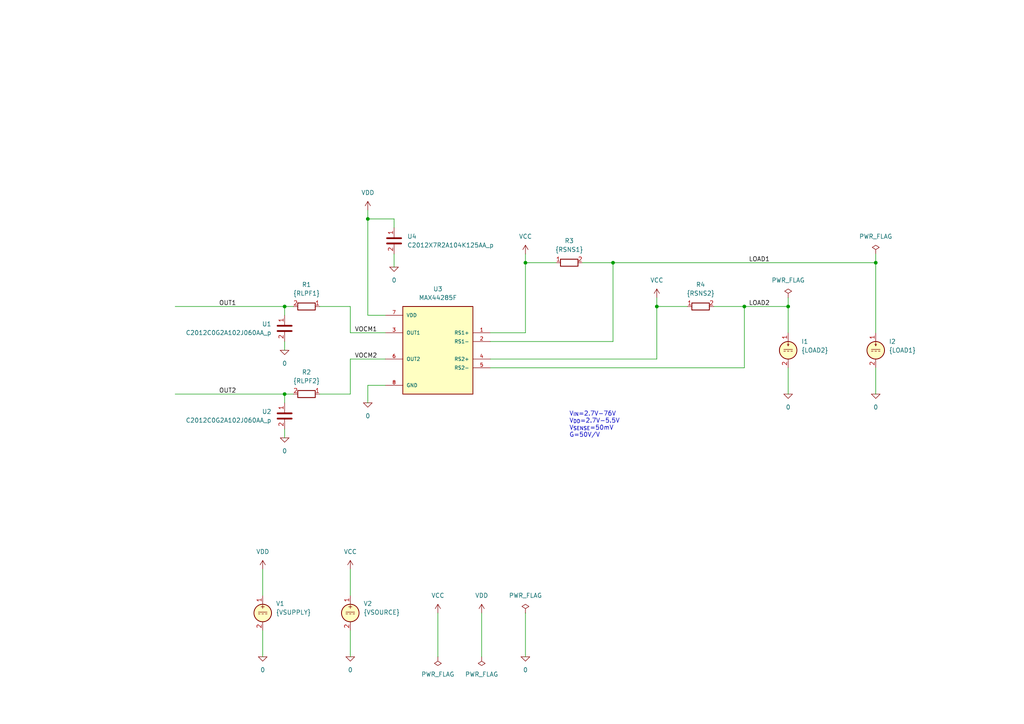
<source format=kicad_sch>
(kicad_sch
	(version 20231120)
	(generator "eeschema")
	(generator_version "8.0")
	(uuid "a4931977-51a3-4da4-bd15-f8227e9d7845")
	(paper "A4")
	(title_block
		(title "Dual channel current sense amplifier.")
		(date "2024-10-27")
		(rev "3")
		(company "astroelectronic@")
		(comment 1 "-")
		(comment 2 "-")
		(comment 3 "-")
		(comment 4 "AE01004285")
	)
	(lib_symbols
		(symbol "C_1"
			(pin_names
				(offset 0.254)
			)
			(exclude_from_sim no)
			(in_bom yes)
			(on_board yes)
			(property "Reference" "C"
				(at 0.635 2.54 0)
				(effects
					(font
						(size 1.27 1.27)
					)
					(justify left)
				)
			)
			(property "Value" "C_1"
				(at 0.635 -2.54 0)
				(effects
					(font
						(size 1.27 1.27)
					)
					(justify left)
				)
			)
			(property "Footprint" ""
				(at 0.9652 -3.81 0)
				(effects
					(font
						(size 1.27 1.27)
					)
					(hide yes)
				)
			)
			(property "Datasheet" "~"
				(at 0 0 0)
				(effects
					(font
						(size 1.27 1.27)
					)
					(hide yes)
				)
			)
			(property "Description" "Unpolarized capacitor"
				(at 0 0 0)
				(effects
					(font
						(size 1.27 1.27)
					)
					(hide yes)
				)
			)
			(property "ki_keywords" "cap capacitor"
				(at 0 0 0)
				(effects
					(font
						(size 1.27 1.27)
					)
					(hide yes)
				)
			)
			(property "ki_fp_filters" "C_*"
				(at 0 0 0)
				(effects
					(font
						(size 1.27 1.27)
					)
					(hide yes)
				)
			)
			(symbol "C_1_0_1"
				(polyline
					(pts
						(xy -2.032 -0.762) (xy 2.032 -0.762)
					)
					(stroke
						(width 0.508)
						(type default)
					)
					(fill
						(type none)
					)
				)
				(polyline
					(pts
						(xy -2.032 0.762) (xy 2.032 0.762)
					)
					(stroke
						(width 0.508)
						(type default)
					)
					(fill
						(type none)
					)
				)
			)
			(symbol "C_1_1_1"
				(pin passive line
					(at 0 3.81 270)
					(length 2.794)
					(name "~"
						(effects
							(font
								(size 1.27 1.27)
							)
						)
					)
					(number "1"
						(effects
							(font
								(size 1.27 1.27)
							)
						)
					)
				)
				(pin passive line
					(at 0 -3.81 90)
					(length 2.794)
					(name "~"
						(effects
							(font
								(size 1.27 1.27)
							)
						)
					)
					(number "2"
						(effects
							(font
								(size 1.27 1.27)
							)
						)
					)
				)
			)
		)
		(symbol "C_2"
			(pin_names
				(offset 0.254)
			)
			(exclude_from_sim no)
			(in_bom yes)
			(on_board yes)
			(property "Reference" "C"
				(at 0.635 2.54 0)
				(effects
					(font
						(size 1.27 1.27)
					)
					(justify left)
				)
			)
			(property "Value" "C_2"
				(at 0.635 -2.54 0)
				(effects
					(font
						(size 1.27 1.27)
					)
					(justify left)
				)
			)
			(property "Footprint" ""
				(at 0.9652 -3.81 0)
				(effects
					(font
						(size 1.27 1.27)
					)
					(hide yes)
				)
			)
			(property "Datasheet" "~"
				(at 0 0 0)
				(effects
					(font
						(size 1.27 1.27)
					)
					(hide yes)
				)
			)
			(property "Description" "Unpolarized capacitor"
				(at 0 0 0)
				(effects
					(font
						(size 1.27 1.27)
					)
					(hide yes)
				)
			)
			(property "ki_keywords" "cap capacitor"
				(at 0 0 0)
				(effects
					(font
						(size 1.27 1.27)
					)
					(hide yes)
				)
			)
			(property "ki_fp_filters" "C_*"
				(at 0 0 0)
				(effects
					(font
						(size 1.27 1.27)
					)
					(hide yes)
				)
			)
			(symbol "C_2_0_1"
				(polyline
					(pts
						(xy -2.032 -0.762) (xy 2.032 -0.762)
					)
					(stroke
						(width 0.508)
						(type default)
					)
					(fill
						(type none)
					)
				)
				(polyline
					(pts
						(xy -2.032 0.762) (xy 2.032 0.762)
					)
					(stroke
						(width 0.508)
						(type default)
					)
					(fill
						(type none)
					)
				)
			)
			(symbol "C_2_1_1"
				(pin passive line
					(at 0 3.81 270)
					(length 2.794)
					(name "~"
						(effects
							(font
								(size 1.27 1.27)
							)
						)
					)
					(number "1"
						(effects
							(font
								(size 1.27 1.27)
							)
						)
					)
				)
				(pin passive line
					(at 0 -3.81 90)
					(length 2.794)
					(name "~"
						(effects
							(font
								(size 1.27 1.27)
							)
						)
					)
					(number "2"
						(effects
							(font
								(size 1.27 1.27)
							)
						)
					)
				)
			)
		)
		(symbol "IDC_1_1"
			(pin_names
				(offset 0.0254)
			)
			(exclude_from_sim no)
			(in_bom yes)
			(on_board yes)
			(property "Reference" "I"
				(at 2.54 2.54 0)
				(effects
					(font
						(size 1.27 1.27)
					)
					(justify left)
				)
			)
			(property "Value" "1"
				(at 2.54 0 0)
				(effects
					(font
						(size 1.27 1.27)
					)
					(justify left)
				)
			)
			(property "Footprint" ""
				(at 0 0 0)
				(effects
					(font
						(size 1.27 1.27)
					)
					(hide yes)
				)
			)
			(property "Datasheet" "~"
				(at 0 0 0)
				(effects
					(font
						(size 1.27 1.27)
					)
					(hide yes)
				)
			)
			(property "Description" "Current source, DC"
				(at 0 0 0)
				(effects
					(font
						(size 1.27 1.27)
					)
					(hide yes)
				)
			)
			(property "Sim.Pins" "1=+ 2=-"
				(at 0 0 0)
				(effects
					(font
						(size 1.27 1.27)
					)
					(hide yes)
				)
			)
			(property "Sim.Type" "DC"
				(at 0 0 0)
				(effects
					(font
						(size 1.27 1.27)
					)
					(hide yes)
				)
			)
			(property "Sim.Device" "I"
				(at 0 0 0)
				(effects
					(font
						(size 1.27 1.27)
					)
					(justify left)
					(hide yes)
				)
			)
			(property "Spice_Netlist_Enabled" "Y"
				(at 0 0 0)
				(effects
					(font
						(size 1.27 1.27)
					)
					(justify left)
					(hide yes)
				)
			)
			(property "ki_keywords" "simulation"
				(at 0 0 0)
				(effects
					(font
						(size 1.27 1.27)
					)
					(hide yes)
				)
			)
			(symbol "IDC_1_1_0_0"
				(polyline
					(pts
						(xy -1.27 0.254) (xy 1.27 0.254)
					)
					(stroke
						(width 0)
						(type default)
					)
					(fill
						(type none)
					)
				)
				(polyline
					(pts
						(xy -0.762 -0.254) (xy -1.27 -0.254)
					)
					(stroke
						(width 0)
						(type default)
					)
					(fill
						(type none)
					)
				)
				(polyline
					(pts
						(xy 0.254 -0.254) (xy -0.254 -0.254)
					)
					(stroke
						(width 0)
						(type default)
					)
					(fill
						(type none)
					)
				)
				(polyline
					(pts
						(xy 1.27 -0.254) (xy 0.762 -0.254)
					)
					(stroke
						(width 0)
						(type default)
					)
					(fill
						(type none)
					)
				)
			)
			(symbol "IDC_1_1_0_1"
				(polyline
					(pts
						(xy 0 1.27) (xy 0 2.286)
					)
					(stroke
						(width 0)
						(type default)
					)
					(fill
						(type none)
					)
				)
				(polyline
					(pts
						(xy -0.254 1.778) (xy 0 1.27) (xy 0.254 1.778)
					)
					(stroke
						(width 0)
						(type default)
					)
					(fill
						(type none)
					)
				)
				(circle
					(center 0 0)
					(radius 2.54)
					(stroke
						(width 0.254)
						(type default)
					)
					(fill
						(type background)
					)
				)
			)
			(symbol "IDC_1_1_1_1"
				(pin passive line
					(at 0 5.08 270)
					(length 2.54)
					(name "~"
						(effects
							(font
								(size 1.27 1.27)
							)
						)
					)
					(number "1"
						(effects
							(font
								(size 1.27 1.27)
							)
						)
					)
				)
				(pin passive line
					(at 0 -5.08 90)
					(length 2.54)
					(name "~"
						(effects
							(font
								(size 1.27 1.27)
							)
						)
					)
					(number "2"
						(effects
							(font
								(size 1.27 1.27)
							)
						)
					)
				)
			)
		)
		(symbol "MAX44285F:0"
			(power)
			(pin_names
				(offset 0)
			)
			(exclude_from_sim no)
			(in_bom yes)
			(on_board yes)
			(property "Reference" "#GND"
				(at 0 -2.54 0)
				(effects
					(font
						(size 1.27 1.27)
					)
					(hide yes)
				)
			)
			(property "Value" "0"
				(at 0 -1.778 0)
				(effects
					(font
						(size 1.27 1.27)
					)
				)
			)
			(property "Footprint" ""
				(at 0 0 0)
				(effects
					(font
						(size 1.27 1.27)
					)
					(hide yes)
				)
			)
			(property "Datasheet" "~"
				(at 0 0 0)
				(effects
					(font
						(size 1.27 1.27)
					)
					(hide yes)
				)
			)
			(property "Description" "0V reference potential for simulation"
				(at 0 0 0)
				(effects
					(font
						(size 1.27 1.27)
					)
					(hide yes)
				)
			)
			(property "ki_keywords" "simulation"
				(at 0 0 0)
				(effects
					(font
						(size 1.27 1.27)
					)
					(hide yes)
				)
			)
			(symbol "0_0_1"
				(polyline
					(pts
						(xy -1.27 0) (xy 0 -1.27) (xy 1.27 0) (xy -1.27 0)
					)
					(stroke
						(width 0)
						(type default)
					)
					(fill
						(type none)
					)
				)
			)
			(symbol "0_1_1"
				(pin power_in line
					(at 0 0 0)
					(length 0) hide
					(name "0"
						(effects
							(font
								(size 1.016 1.016)
							)
						)
					)
					(number "1"
						(effects
							(font
								(size 1.016 1.016)
							)
						)
					)
				)
			)
		)
		(symbol "MAX44285F:C"
			(pin_names
				(offset 0.254)
			)
			(exclude_from_sim no)
			(in_bom yes)
			(on_board yes)
			(property "Reference" "C"
				(at 0.635 2.54 0)
				(effects
					(font
						(size 1.27 1.27)
					)
					(justify left)
				)
			)
			(property "Value" "C"
				(at 0.635 -2.54 0)
				(effects
					(font
						(size 1.27 1.27)
					)
					(justify left)
				)
			)
			(property "Footprint" ""
				(at 0.9652 -3.81 0)
				(effects
					(font
						(size 1.27 1.27)
					)
					(hide yes)
				)
			)
			(property "Datasheet" "~"
				(at 0 0 0)
				(effects
					(font
						(size 1.27 1.27)
					)
					(hide yes)
				)
			)
			(property "Description" "Unpolarized capacitor"
				(at 0 0 0)
				(effects
					(font
						(size 1.27 1.27)
					)
					(hide yes)
				)
			)
			(property "ki_keywords" "cap capacitor"
				(at 0 0 0)
				(effects
					(font
						(size 1.27 1.27)
					)
					(hide yes)
				)
			)
			(property "ki_fp_filters" "C_*"
				(at 0 0 0)
				(effects
					(font
						(size 1.27 1.27)
					)
					(hide yes)
				)
			)
			(symbol "C_0_1"
				(polyline
					(pts
						(xy -2.032 -0.762) (xy 2.032 -0.762)
					)
					(stroke
						(width 0.508)
						(type default)
					)
					(fill
						(type none)
					)
				)
				(polyline
					(pts
						(xy -2.032 0.762) (xy 2.032 0.762)
					)
					(stroke
						(width 0.508)
						(type default)
					)
					(fill
						(type none)
					)
				)
			)
			(symbol "C_1_1"
				(pin passive line
					(at 0 3.81 270)
					(length 2.794)
					(name "~"
						(effects
							(font
								(size 1.27 1.27)
							)
						)
					)
					(number "1"
						(effects
							(font
								(size 1.27 1.27)
							)
						)
					)
				)
				(pin passive line
					(at 0 -3.81 90)
					(length 2.794)
					(name "~"
						(effects
							(font
								(size 1.27 1.27)
							)
						)
					)
					(number "2"
						(effects
							(font
								(size 1.27 1.27)
							)
						)
					)
				)
			)
		)
		(symbol "MAX44285F:IDC"
			(pin_names
				(offset 0.0254)
			)
			(exclude_from_sim no)
			(in_bom yes)
			(on_board yes)
			(property "Reference" "I"
				(at 2.54 2.54 0)
				(effects
					(font
						(size 1.27 1.27)
					)
					(justify left)
				)
			)
			(property "Value" "1"
				(at 2.54 0 0)
				(effects
					(font
						(size 1.27 1.27)
					)
					(justify left)
				)
			)
			(property "Footprint" ""
				(at 0 0 0)
				(effects
					(font
						(size 1.27 1.27)
					)
					(hide yes)
				)
			)
			(property "Datasheet" "~"
				(at 0 0 0)
				(effects
					(font
						(size 1.27 1.27)
					)
					(hide yes)
				)
			)
			(property "Description" "Current source, DC"
				(at 0 0 0)
				(effects
					(font
						(size 1.27 1.27)
					)
					(hide yes)
				)
			)
			(property "Sim.Pins" "1=+ 2=-"
				(at 0 0 0)
				(effects
					(font
						(size 1.27 1.27)
					)
					(hide yes)
				)
			)
			(property "Sim.Type" "DC"
				(at 0 0 0)
				(effects
					(font
						(size 1.27 1.27)
					)
					(hide yes)
				)
			)
			(property "Sim.Device" "I"
				(at 0 0 0)
				(effects
					(font
						(size 1.27 1.27)
					)
					(justify left)
					(hide yes)
				)
			)
			(property "Spice_Netlist_Enabled" "Y"
				(at 0 0 0)
				(effects
					(font
						(size 1.27 1.27)
					)
					(justify left)
					(hide yes)
				)
			)
			(property "ki_keywords" "simulation"
				(at 0 0 0)
				(effects
					(font
						(size 1.27 1.27)
					)
					(hide yes)
				)
			)
			(symbol "IDC_0_0"
				(polyline
					(pts
						(xy -1.27 0.254) (xy 1.27 0.254)
					)
					(stroke
						(width 0)
						(type default)
					)
					(fill
						(type none)
					)
				)
				(polyline
					(pts
						(xy -0.762 -0.254) (xy -1.27 -0.254)
					)
					(stroke
						(width 0)
						(type default)
					)
					(fill
						(type none)
					)
				)
				(polyline
					(pts
						(xy 0.254 -0.254) (xy -0.254 -0.254)
					)
					(stroke
						(width 0)
						(type default)
					)
					(fill
						(type none)
					)
				)
				(polyline
					(pts
						(xy 1.27 -0.254) (xy 0.762 -0.254)
					)
					(stroke
						(width 0)
						(type default)
					)
					(fill
						(type none)
					)
				)
			)
			(symbol "IDC_0_1"
				(polyline
					(pts
						(xy 0 1.27) (xy 0 2.286)
					)
					(stroke
						(width 0)
						(type default)
					)
					(fill
						(type none)
					)
				)
				(polyline
					(pts
						(xy -0.254 1.778) (xy 0 1.27) (xy 0.254 1.778)
					)
					(stroke
						(width 0)
						(type default)
					)
					(fill
						(type none)
					)
				)
				(circle
					(center 0 0)
					(radius 2.54)
					(stroke
						(width 0.254)
						(type default)
					)
					(fill
						(type background)
					)
				)
			)
			(symbol "IDC_1_1"
				(pin passive line
					(at 0 5.08 270)
					(length 2.54)
					(name "~"
						(effects
							(font
								(size 1.27 1.27)
							)
						)
					)
					(number "1"
						(effects
							(font
								(size 1.27 1.27)
							)
						)
					)
				)
				(pin passive line
					(at 0 -5.08 90)
					(length 2.54)
					(name "~"
						(effects
							(font
								(size 1.27 1.27)
							)
						)
					)
					(number "2"
						(effects
							(font
								(size 1.27 1.27)
							)
						)
					)
				)
			)
		)
		(symbol "MAX44285F:MAX44285F"
			(pin_names
				(offset 1.016)
			)
			(exclude_from_sim no)
			(in_bom yes)
			(on_board yes)
			(property "Reference" "U"
				(at -10.16 13.7 0)
				(effects
					(font
						(size 1.27 1.27)
					)
					(justify left bottom)
				)
			)
			(property "Value" "MAX44285F"
				(at -10.16 -16.7 0)
				(effects
					(font
						(size 1.27 1.27)
					)
					(justify left bottom)
				)
			)
			(property "Footprint" "Housings_SSOP:MSOP-8_3x3mm_Pitch0.65mm"
				(at 0 0 0)
				(effects
					(font
						(size 1.27 1.27)
					)
					(justify bottom)
					(hide yes)
				)
			)
			(property "Datasheet" "https://www.analog.com/media/en/technical-documentation/data-sheets/max44285.pdf"
				(at 0 0 0)
				(effects
					(font
						(size 1.27 1.27)
					)
					(hide yes)
				)
			)
			(property "Description" ""
				(at 0 0 0)
				(effects
					(font
						(size 1.27 1.27)
					)
					(hide yes)
				)
			)
			(symbol "MAX44285F_0_0"
				(rectangle
					(start -10.16 -12.7)
					(end 10.16 12.7)
					(stroke
						(width 0.254)
						(type default)
					)
					(fill
						(type background)
					)
				)
				(pin passive line
					(at -15.24 5.08 0)
					(length 5.08)
					(name "RS1+"
						(effects
							(font
								(size 1.016 1.016)
							)
						)
					)
					(number "1"
						(effects
							(font
								(size 1.016 1.016)
							)
						)
					)
				)
				(pin passive line
					(at -15.24 2.54 0)
					(length 5.08)
					(name "RS1-"
						(effects
							(font
								(size 1.016 1.016)
							)
						)
					)
					(number "2"
						(effects
							(font
								(size 1.016 1.016)
							)
						)
					)
				)
				(pin passive line
					(at 15.24 5.08 180)
					(length 5.08)
					(name "OUT1"
						(effects
							(font
								(size 1.016 1.016)
							)
						)
					)
					(number "3"
						(effects
							(font
								(size 1.016 1.016)
							)
						)
					)
				)
				(pin passive line
					(at -15.24 -2.54 0)
					(length 5.08)
					(name "RS2+"
						(effects
							(font
								(size 1.016 1.016)
							)
						)
					)
					(number "4"
						(effects
							(font
								(size 1.016 1.016)
							)
						)
					)
				)
				(pin passive line
					(at -15.24 -5.08 0)
					(length 5.08)
					(name "RS2-"
						(effects
							(font
								(size 1.016 1.016)
							)
						)
					)
					(number "5"
						(effects
							(font
								(size 1.016 1.016)
							)
						)
					)
				)
				(pin passive line
					(at 15.24 -2.54 180)
					(length 5.08)
					(name "OUT2"
						(effects
							(font
								(size 1.016 1.016)
							)
						)
					)
					(number "6"
						(effects
							(font
								(size 1.016 1.016)
							)
						)
					)
				)
				(pin passive line
					(at 15.24 10.16 180)
					(length 5.08)
					(name "VDD"
						(effects
							(font
								(size 1.016 1.016)
							)
						)
					)
					(number "7"
						(effects
							(font
								(size 1.016 1.016)
							)
						)
					)
				)
				(pin passive line
					(at 15.24 -10.16 180)
					(length 5.08)
					(name "GND"
						(effects
							(font
								(size 1.016 1.016)
							)
						)
					)
					(number "8"
						(effects
							(font
								(size 1.016 1.016)
							)
						)
					)
				)
			)
		)
		(symbol "MAX44285F:PWR_FLAG"
			(power)
			(pin_numbers hide)
			(pin_names
				(offset 0) hide)
			(exclude_from_sim no)
			(in_bom yes)
			(on_board yes)
			(property "Reference" "#FLG"
				(at 0 1.905 0)
				(effects
					(font
						(size 1.27 1.27)
					)
					(hide yes)
				)
			)
			(property "Value" "PWR_FLAG"
				(at 0 3.81 0)
				(effects
					(font
						(size 1.27 1.27)
					)
				)
			)
			(property "Footprint" ""
				(at 0 0 0)
				(effects
					(font
						(size 1.27 1.27)
					)
					(hide yes)
				)
			)
			(property "Datasheet" "~"
				(at 0 0 0)
				(effects
					(font
						(size 1.27 1.27)
					)
					(hide yes)
				)
			)
			(property "Description" "Special symbol for telling ERC where power comes from"
				(at 0 0 0)
				(effects
					(font
						(size 1.27 1.27)
					)
					(hide yes)
				)
			)
			(property "ki_keywords" "flag power"
				(at 0 0 0)
				(effects
					(font
						(size 1.27 1.27)
					)
					(hide yes)
				)
			)
			(symbol "PWR_FLAG_0_0"
				(pin power_out line
					(at 0 0 90)
					(length 0)
					(name "pwr"
						(effects
							(font
								(size 1.27 1.27)
							)
						)
					)
					(number "1"
						(effects
							(font
								(size 1.27 1.27)
							)
						)
					)
				)
			)
			(symbol "PWR_FLAG_0_1"
				(polyline
					(pts
						(xy 0 0) (xy 0 1.27) (xy -1.016 1.905) (xy 0 2.54) (xy 1.016 1.905) (xy 0 1.27)
					)
					(stroke
						(width 0)
						(type default)
					)
					(fill
						(type none)
					)
				)
			)
		)
		(symbol "MAX44285F:R"
			(pin_names
				(offset 0)
			)
			(exclude_from_sim no)
			(in_bom yes)
			(on_board yes)
			(property "Reference" "R"
				(at 2.032 0 90)
				(effects
					(font
						(size 1.27 1.27)
					)
				)
			)
			(property "Value" "R"
				(at 0 0 90)
				(effects
					(font
						(size 1.27 1.27)
					)
				)
			)
			(property "Footprint" ""
				(at -1.778 0 90)
				(effects
					(font
						(size 1.27 1.27)
					)
					(hide yes)
				)
			)
			(property "Datasheet" "~"
				(at 0 0 0)
				(effects
					(font
						(size 1.27 1.27)
					)
					(hide yes)
				)
			)
			(property "Description" "Resistor"
				(at 0 0 0)
				(effects
					(font
						(size 1.27 1.27)
					)
					(hide yes)
				)
			)
			(property "ki_keywords" "R res resistor"
				(at 0 0 0)
				(effects
					(font
						(size 1.27 1.27)
					)
					(hide yes)
				)
			)
			(property "ki_fp_filters" "R_*"
				(at 0 0 0)
				(effects
					(font
						(size 1.27 1.27)
					)
					(hide yes)
				)
			)
			(symbol "R_0_1"
				(rectangle
					(start -1.016 -2.54)
					(end 1.016 2.54)
					(stroke
						(width 0.254)
						(type default)
					)
					(fill
						(type none)
					)
				)
			)
			(symbol "R_1_1"
				(pin passive line
					(at 0 3.81 270)
					(length 1.27)
					(name "~"
						(effects
							(font
								(size 1.27 1.27)
							)
						)
					)
					(number "1"
						(effects
							(font
								(size 1.27 1.27)
							)
						)
					)
				)
				(pin passive line
					(at 0 -3.81 90)
					(length 1.27)
					(name "~"
						(effects
							(font
								(size 1.27 1.27)
							)
						)
					)
					(number "2"
						(effects
							(font
								(size 1.27 1.27)
							)
						)
					)
				)
			)
		)
		(symbol "MAX44285F:VCC"
			(power)
			(pin_names
				(offset 0)
			)
			(exclude_from_sim no)
			(in_bom yes)
			(on_board yes)
			(property "Reference" "#PWR"
				(at 0 -3.81 0)
				(effects
					(font
						(size 1.27 1.27)
					)
					(hide yes)
				)
			)
			(property "Value" "VCC"
				(at 0 3.81 0)
				(effects
					(font
						(size 1.27 1.27)
					)
				)
			)
			(property "Footprint" ""
				(at 0 0 0)
				(effects
					(font
						(size 1.27 1.27)
					)
					(hide yes)
				)
			)
			(property "Datasheet" ""
				(at 0 0 0)
				(effects
					(font
						(size 1.27 1.27)
					)
					(hide yes)
				)
			)
			(property "Description" "Power symbol creates a global label with name \"VCC\""
				(at 0 0 0)
				(effects
					(font
						(size 1.27 1.27)
					)
					(hide yes)
				)
			)
			(property "ki_keywords" "global power"
				(at 0 0 0)
				(effects
					(font
						(size 1.27 1.27)
					)
					(hide yes)
				)
			)
			(symbol "VCC_0_1"
				(polyline
					(pts
						(xy -0.762 1.27) (xy 0 2.54)
					)
					(stroke
						(width 0)
						(type default)
					)
					(fill
						(type none)
					)
				)
				(polyline
					(pts
						(xy 0 0) (xy 0 2.54)
					)
					(stroke
						(width 0)
						(type default)
					)
					(fill
						(type none)
					)
				)
				(polyline
					(pts
						(xy 0 2.54) (xy 0.762 1.27)
					)
					(stroke
						(width 0)
						(type default)
					)
					(fill
						(type none)
					)
				)
			)
			(symbol "VCC_1_1"
				(pin power_in line
					(at 0 0 90)
					(length 0) hide
					(name "VCC"
						(effects
							(font
								(size 1.27 1.27)
							)
						)
					)
					(number "1"
						(effects
							(font
								(size 1.27 1.27)
							)
						)
					)
				)
			)
		)
		(symbol "MAX44285F:VDC"
			(pin_names
				(offset 0.0254)
			)
			(exclude_from_sim no)
			(in_bom yes)
			(on_board yes)
			(property "Reference" "V"
				(at 2.54 2.54 0)
				(effects
					(font
						(size 1.27 1.27)
					)
					(justify left)
				)
			)
			(property "Value" "1"
				(at 2.54 0 0)
				(effects
					(font
						(size 1.27 1.27)
					)
					(justify left)
				)
			)
			(property "Footprint" ""
				(at 0 0 0)
				(effects
					(font
						(size 1.27 1.27)
					)
					(hide yes)
				)
			)
			(property "Datasheet" "~"
				(at 0 0 0)
				(effects
					(font
						(size 1.27 1.27)
					)
					(hide yes)
				)
			)
			(property "Description" "Voltage source, DC"
				(at 0 0 0)
				(effects
					(font
						(size 1.27 1.27)
					)
					(hide yes)
				)
			)
			(property "Sim.Pins" "1=+ 2=-"
				(at 0 0 0)
				(effects
					(font
						(size 1.27 1.27)
					)
					(hide yes)
				)
			)
			(property "Sim.Type" "DC"
				(at 0 0 0)
				(effects
					(font
						(size 1.27 1.27)
					)
					(hide yes)
				)
			)
			(property "Sim.Device" "V"
				(at 0 0 0)
				(effects
					(font
						(size 1.27 1.27)
					)
					(justify left)
					(hide yes)
				)
			)
			(property "Spice_Netlist_Enabled" "Y"
				(at 0 0 0)
				(effects
					(font
						(size 1.27 1.27)
					)
					(justify left)
					(hide yes)
				)
			)
			(property "ki_keywords" "simulation"
				(at 0 0 0)
				(effects
					(font
						(size 1.27 1.27)
					)
					(hide yes)
				)
			)
			(symbol "VDC_0_0"
				(polyline
					(pts
						(xy -1.27 0.254) (xy 1.27 0.254)
					)
					(stroke
						(width 0)
						(type default)
					)
					(fill
						(type none)
					)
				)
				(polyline
					(pts
						(xy -0.762 -0.254) (xy -1.27 -0.254)
					)
					(stroke
						(width 0)
						(type default)
					)
					(fill
						(type none)
					)
				)
				(polyline
					(pts
						(xy 0.254 -0.254) (xy -0.254 -0.254)
					)
					(stroke
						(width 0)
						(type default)
					)
					(fill
						(type none)
					)
				)
				(polyline
					(pts
						(xy 1.27 -0.254) (xy 0.762 -0.254)
					)
					(stroke
						(width 0)
						(type default)
					)
					(fill
						(type none)
					)
				)
				(text "+"
					(at 0 1.905 0)
					(effects
						(font
							(size 1.27 1.27)
						)
					)
				)
			)
			(symbol "VDC_0_1"
				(circle
					(center 0 0)
					(radius 2.54)
					(stroke
						(width 0.254)
						(type default)
					)
					(fill
						(type background)
					)
				)
			)
			(symbol "VDC_1_1"
				(pin passive line
					(at 0 5.08 270)
					(length 2.54)
					(name "~"
						(effects
							(font
								(size 1.27 1.27)
							)
						)
					)
					(number "1"
						(effects
							(font
								(size 1.27 1.27)
							)
						)
					)
				)
				(pin passive line
					(at 0 -5.08 90)
					(length 2.54)
					(name "~"
						(effects
							(font
								(size 1.27 1.27)
							)
						)
					)
					(number "2"
						(effects
							(font
								(size 1.27 1.27)
							)
						)
					)
				)
			)
		)
		(symbol "MAX44285F:VDD"
			(power)
			(pin_names
				(offset 0)
			)
			(exclude_from_sim no)
			(in_bom yes)
			(on_board yes)
			(property "Reference" "#PWR"
				(at 0 -3.81 0)
				(effects
					(font
						(size 1.27 1.27)
					)
					(hide yes)
				)
			)
			(property "Value" "VDD"
				(at 0 3.81 0)
				(effects
					(font
						(size 1.27 1.27)
					)
				)
			)
			(property "Footprint" ""
				(at 0 0 0)
				(effects
					(font
						(size 1.27 1.27)
					)
					(hide yes)
				)
			)
			(property "Datasheet" ""
				(at 0 0 0)
				(effects
					(font
						(size 1.27 1.27)
					)
					(hide yes)
				)
			)
			(property "Description" "Power symbol creates a global label with name \"VDD\""
				(at 0 0 0)
				(effects
					(font
						(size 1.27 1.27)
					)
					(hide yes)
				)
			)
			(property "ki_keywords" "global power"
				(at 0 0 0)
				(effects
					(font
						(size 1.27 1.27)
					)
					(hide yes)
				)
			)
			(symbol "VDD_0_1"
				(polyline
					(pts
						(xy -0.762 1.27) (xy 0 2.54)
					)
					(stroke
						(width 0)
						(type default)
					)
					(fill
						(type none)
					)
				)
				(polyline
					(pts
						(xy 0 0) (xy 0 2.54)
					)
					(stroke
						(width 0)
						(type default)
					)
					(fill
						(type none)
					)
				)
				(polyline
					(pts
						(xy 0 2.54) (xy 0.762 1.27)
					)
					(stroke
						(width 0)
						(type default)
					)
					(fill
						(type none)
					)
				)
			)
			(symbol "VDD_1_1"
				(pin power_in line
					(at 0 0 90)
					(length 0) hide
					(name "VDD"
						(effects
							(font
								(size 1.27 1.27)
							)
						)
					)
					(number "1"
						(effects
							(font
								(size 1.27 1.27)
							)
						)
					)
				)
			)
		)
		(symbol "R_1"
			(pin_names
				(offset 0)
			)
			(exclude_from_sim no)
			(in_bom yes)
			(on_board yes)
			(property "Reference" "R"
				(at 2.032 0 90)
				(effects
					(font
						(size 1.27 1.27)
					)
				)
			)
			(property "Value" "R_1"
				(at 0 0 90)
				(effects
					(font
						(size 1.27 1.27)
					)
				)
			)
			(property "Footprint" ""
				(at -1.778 0 90)
				(effects
					(font
						(size 1.27 1.27)
					)
					(hide yes)
				)
			)
			(property "Datasheet" "~"
				(at 0 0 0)
				(effects
					(font
						(size 1.27 1.27)
					)
					(hide yes)
				)
			)
			(property "Description" "Resistor"
				(at 0 0 0)
				(effects
					(font
						(size 1.27 1.27)
					)
					(hide yes)
				)
			)
			(property "ki_keywords" "R res resistor"
				(at 0 0 0)
				(effects
					(font
						(size 1.27 1.27)
					)
					(hide yes)
				)
			)
			(property "ki_fp_filters" "R_*"
				(at 0 0 0)
				(effects
					(font
						(size 1.27 1.27)
					)
					(hide yes)
				)
			)
			(symbol "R_1_0_1"
				(rectangle
					(start -1.016 -2.54)
					(end 1.016 2.54)
					(stroke
						(width 0.254)
						(type default)
					)
					(fill
						(type none)
					)
				)
			)
			(symbol "R_1_1_1"
				(pin passive line
					(at 0 3.81 270)
					(length 1.27)
					(name "~"
						(effects
							(font
								(size 1.27 1.27)
							)
						)
					)
					(number "1"
						(effects
							(font
								(size 1.27 1.27)
							)
						)
					)
				)
				(pin passive line
					(at 0 -3.81 90)
					(length 1.27)
					(name "~"
						(effects
							(font
								(size 1.27 1.27)
							)
						)
					)
					(number "2"
						(effects
							(font
								(size 1.27 1.27)
							)
						)
					)
				)
			)
		)
		(symbol "R_2"
			(pin_names
				(offset 0)
			)
			(exclude_from_sim no)
			(in_bom yes)
			(on_board yes)
			(property "Reference" "R"
				(at 2.032 0 90)
				(effects
					(font
						(size 1.27 1.27)
					)
				)
			)
			(property "Value" "R_2"
				(at 0 0 90)
				(effects
					(font
						(size 1.27 1.27)
					)
				)
			)
			(property "Footprint" ""
				(at -1.778 0 90)
				(effects
					(font
						(size 1.27 1.27)
					)
					(hide yes)
				)
			)
			(property "Datasheet" "~"
				(at 0 0 0)
				(effects
					(font
						(size 1.27 1.27)
					)
					(hide yes)
				)
			)
			(property "Description" "Resistor"
				(at 0 0 0)
				(effects
					(font
						(size 1.27 1.27)
					)
					(hide yes)
				)
			)
			(property "ki_keywords" "R res resistor"
				(at 0 0 0)
				(effects
					(font
						(size 1.27 1.27)
					)
					(hide yes)
				)
			)
			(property "ki_fp_filters" "R_*"
				(at 0 0 0)
				(effects
					(font
						(size 1.27 1.27)
					)
					(hide yes)
				)
			)
			(symbol "R_2_0_1"
				(rectangle
					(start -1.016 -2.54)
					(end 1.016 2.54)
					(stroke
						(width 0.254)
						(type default)
					)
					(fill
						(type none)
					)
				)
			)
			(symbol "R_2_1_1"
				(pin passive line
					(at 0 3.81 270)
					(length 1.27)
					(name "~"
						(effects
							(font
								(size 1.27 1.27)
							)
						)
					)
					(number "1"
						(effects
							(font
								(size 1.27 1.27)
							)
						)
					)
				)
				(pin passive line
					(at 0 -3.81 90)
					(length 1.27)
					(name "~"
						(effects
							(font
								(size 1.27 1.27)
							)
						)
					)
					(number "2"
						(effects
							(font
								(size 1.27 1.27)
							)
						)
					)
				)
			)
		)
		(symbol "R_3"
			(pin_names
				(offset 0)
			)
			(exclude_from_sim no)
			(in_bom yes)
			(on_board yes)
			(property "Reference" "R"
				(at 2.032 0 90)
				(effects
					(font
						(size 1.27 1.27)
					)
				)
			)
			(property "Value" "R_3"
				(at 0 0 90)
				(effects
					(font
						(size 1.27 1.27)
					)
				)
			)
			(property "Footprint" ""
				(at -1.778 0 90)
				(effects
					(font
						(size 1.27 1.27)
					)
					(hide yes)
				)
			)
			(property "Datasheet" "~"
				(at 0 0 0)
				(effects
					(font
						(size 1.27 1.27)
					)
					(hide yes)
				)
			)
			(property "Description" "Resistor"
				(at 0 0 0)
				(effects
					(font
						(size 1.27 1.27)
					)
					(hide yes)
				)
			)
			(property "ki_keywords" "R res resistor"
				(at 0 0 0)
				(effects
					(font
						(size 1.27 1.27)
					)
					(hide yes)
				)
			)
			(property "ki_fp_filters" "R_*"
				(at 0 0 0)
				(effects
					(font
						(size 1.27 1.27)
					)
					(hide yes)
				)
			)
			(symbol "R_3_0_1"
				(rectangle
					(start -1.016 -2.54)
					(end 1.016 2.54)
					(stroke
						(width 0.254)
						(type default)
					)
					(fill
						(type none)
					)
				)
			)
			(symbol "R_3_1_1"
				(pin passive line
					(at 0 3.81 270)
					(length 1.27)
					(name "~"
						(effects
							(font
								(size 1.27 1.27)
							)
						)
					)
					(number "1"
						(effects
							(font
								(size 1.27 1.27)
							)
						)
					)
				)
				(pin passive line
					(at 0 -3.81 90)
					(length 1.27)
					(name "~"
						(effects
							(font
								(size 1.27 1.27)
							)
						)
					)
					(number "2"
						(effects
							(font
								(size 1.27 1.27)
							)
						)
					)
				)
			)
		)
		(symbol "VDC_1_1"
			(pin_names
				(offset 0.0254)
			)
			(exclude_from_sim no)
			(in_bom yes)
			(on_board yes)
			(property "Reference" "V"
				(at 2.54 2.54 0)
				(effects
					(font
						(size 1.27 1.27)
					)
					(justify left)
				)
			)
			(property "Value" "1"
				(at 2.54 0 0)
				(effects
					(font
						(size 1.27 1.27)
					)
					(justify left)
				)
			)
			(property "Footprint" ""
				(at 0 0 0)
				(effects
					(font
						(size 1.27 1.27)
					)
					(hide yes)
				)
			)
			(property "Datasheet" "~"
				(at 0 0 0)
				(effects
					(font
						(size 1.27 1.27)
					)
					(hide yes)
				)
			)
			(property "Description" "Voltage source, DC"
				(at 0 0 0)
				(effects
					(font
						(size 1.27 1.27)
					)
					(hide yes)
				)
			)
			(property "Sim.Pins" "1=+ 2=-"
				(at 0 0 0)
				(effects
					(font
						(size 1.27 1.27)
					)
					(hide yes)
				)
			)
			(property "Sim.Type" "DC"
				(at 0 0 0)
				(effects
					(font
						(size 1.27 1.27)
					)
					(hide yes)
				)
			)
			(property "Sim.Device" "V"
				(at 0 0 0)
				(effects
					(font
						(size 1.27 1.27)
					)
					(justify left)
					(hide yes)
				)
			)
			(property "Spice_Netlist_Enabled" "Y"
				(at 0 0 0)
				(effects
					(font
						(size 1.27 1.27)
					)
					(justify left)
					(hide yes)
				)
			)
			(property "ki_keywords" "simulation"
				(at 0 0 0)
				(effects
					(font
						(size 1.27 1.27)
					)
					(hide yes)
				)
			)
			(symbol "VDC_1_1_0_0"
				(polyline
					(pts
						(xy -1.27 0.254) (xy 1.27 0.254)
					)
					(stroke
						(width 0)
						(type default)
					)
					(fill
						(type none)
					)
				)
				(polyline
					(pts
						(xy -0.762 -0.254) (xy -1.27 -0.254)
					)
					(stroke
						(width 0)
						(type default)
					)
					(fill
						(type none)
					)
				)
				(polyline
					(pts
						(xy 0.254 -0.254) (xy -0.254 -0.254)
					)
					(stroke
						(width 0)
						(type default)
					)
					(fill
						(type none)
					)
				)
				(polyline
					(pts
						(xy 1.27 -0.254) (xy 0.762 -0.254)
					)
					(stroke
						(width 0)
						(type default)
					)
					(fill
						(type none)
					)
				)
				(text "+"
					(at 0 1.905 0)
					(effects
						(font
							(size 1.27 1.27)
						)
					)
				)
			)
			(symbol "VDC_1_1_0_1"
				(circle
					(center 0 0)
					(radius 2.54)
					(stroke
						(width 0.254)
						(type default)
					)
					(fill
						(type background)
					)
				)
			)
			(symbol "VDC_1_1_1_1"
				(pin passive line
					(at 0 5.08 270)
					(length 2.54)
					(name "~"
						(effects
							(font
								(size 1.27 1.27)
							)
						)
					)
					(number "1"
						(effects
							(font
								(size 1.27 1.27)
							)
						)
					)
				)
				(pin passive line
					(at 0 -5.08 90)
					(length 2.54)
					(name "~"
						(effects
							(font
								(size 1.27 1.27)
							)
						)
					)
					(number "2"
						(effects
							(font
								(size 1.27 1.27)
							)
						)
					)
				)
			)
		)
	)
	(junction
		(at 106.68 63.5)
		(diameter 0)
		(color 0 0 0 0)
		(uuid "249fc5fa-2b0a-44d3-8614-956ff48c5ef5")
	)
	(junction
		(at 82.55 88.9)
		(diameter 0)
		(color 0 0 0 0)
		(uuid "35289735-52d2-4899-a0e6-a277647873fa")
	)
	(junction
		(at 177.8 76.2)
		(diameter 0)
		(color 0 0 0 0)
		(uuid "4088406d-c750-4be5-a2a1-e467ec225dc2")
	)
	(junction
		(at 215.9 88.9)
		(diameter 0)
		(color 0 0 0 0)
		(uuid "67ff6146-cff3-4e69-9c53-6ccd28d07329")
	)
	(junction
		(at 82.55 114.3)
		(diameter 0)
		(color 0 0 0 0)
		(uuid "9b40e0ee-c5df-4ca1-8e0e-8cc173ab9f48")
	)
	(junction
		(at 228.6 88.9)
		(diameter 0)
		(color 0 0 0 0)
		(uuid "ab35aac0-af3b-4416-9891-d5a3774eca84")
	)
	(junction
		(at 152.4 76.2)
		(diameter 0)
		(color 0 0 0 0)
		(uuid "c50ac667-46cf-45d0-9952-0d572018e41c")
	)
	(junction
		(at 190.5 88.9)
		(diameter 0)
		(color 0 0 0 0)
		(uuid "efe6f830-925e-4f0d-a6bc-b4442d99e8e7")
	)
	(junction
		(at 254 76.2)
		(diameter 0)
		(color 0 0 0 0)
		(uuid "fb407aee-9c83-457e-b238-66bb74214066")
	)
	(wire
		(pts
			(xy 82.55 99.06) (xy 82.55 101.6)
		)
		(stroke
			(width 0)
			(type default)
		)
		(uuid "0179d1d3-f156-4596-8bc0-3059a7d6d011")
	)
	(wire
		(pts
			(xy 111.76 96.52) (xy 101.6 96.52)
		)
		(stroke
			(width 0)
			(type default)
		)
		(uuid "067c8e98-0f53-4e38-8b72-f4e68d6394df")
	)
	(wire
		(pts
			(xy 142.24 106.68) (xy 215.9 106.68)
		)
		(stroke
			(width 0)
			(type default)
		)
		(uuid "068e0dcd-866f-4e67-9e98-9e18bb56b126")
	)
	(wire
		(pts
			(xy 101.6 96.52) (xy 101.6 88.9)
		)
		(stroke
			(width 0)
			(type default)
		)
		(uuid "0eb2880a-494c-45b9-8ea3-bab36163f3be")
	)
	(wire
		(pts
			(xy 82.55 127) (xy 82.55 124.46)
		)
		(stroke
			(width 0)
			(type default)
		)
		(uuid "0f726da6-ea87-4f2c-9141-4b4f80d8f954")
	)
	(wire
		(pts
			(xy 177.8 76.2) (xy 168.91 76.2)
		)
		(stroke
			(width 0)
			(type default)
		)
		(uuid "17466a7f-fe59-4394-acde-6b943c9219a3")
	)
	(wire
		(pts
			(xy 152.4 76.2) (xy 161.29 76.2)
		)
		(stroke
			(width 0)
			(type default)
		)
		(uuid "1f0f1d59-f5a2-4fc4-b2b7-cea2526af691")
	)
	(wire
		(pts
			(xy 228.6 96.52) (xy 228.6 88.9)
		)
		(stroke
			(width 0)
			(type default)
		)
		(uuid "21a7fc59-34d4-48f6-ae9b-ed53171a4e74")
	)
	(wire
		(pts
			(xy 152.4 76.2) (xy 152.4 73.66)
		)
		(stroke
			(width 0)
			(type default)
		)
		(uuid "283c3ea1-acc2-49cd-8db4-561a0d412988")
	)
	(wire
		(pts
			(xy 111.76 91.44) (xy 106.68 91.44)
		)
		(stroke
			(width 0)
			(type default)
		)
		(uuid "41ddf6bd-6d66-4e79-95eb-4e088ba7e509")
	)
	(wire
		(pts
			(xy 101.6 165.1) (xy 101.6 172.72)
		)
		(stroke
			(width 0)
			(type default)
		)
		(uuid "42498ed2-43dc-4446-86cf-341d0270af3a")
	)
	(wire
		(pts
			(xy 127 190.5) (xy 127 177.8)
		)
		(stroke
			(width 0)
			(type default)
		)
		(uuid "451dd35d-07f2-49a4-bcf7-65c6daeadf98")
	)
	(wire
		(pts
			(xy 101.6 88.9) (xy 92.71 88.9)
		)
		(stroke
			(width 0)
			(type default)
		)
		(uuid "4b288c2d-2869-47da-8e26-6cafc5072a26")
	)
	(wire
		(pts
			(xy 106.68 111.76) (xy 106.68 116.84)
		)
		(stroke
			(width 0)
			(type default)
		)
		(uuid "4cdebbbb-c5ce-44cf-9970-0d03acf4bc21")
	)
	(wire
		(pts
			(xy 50.8 114.3) (xy 82.55 114.3)
		)
		(stroke
			(width 0)
			(type default)
		)
		(uuid "4f7e51f1-8b53-4403-9b87-86c2a26b0a60")
	)
	(wire
		(pts
			(xy 215.9 88.9) (xy 228.6 88.9)
		)
		(stroke
			(width 0)
			(type default)
		)
		(uuid "52be3265-9319-480e-bf38-5cd7cd7a9ca5")
	)
	(wire
		(pts
			(xy 111.76 104.14) (xy 101.6 104.14)
		)
		(stroke
			(width 0)
			(type default)
		)
		(uuid "52e40b21-ec37-421a-af0d-f2696a5e9bd4")
	)
	(wire
		(pts
			(xy 50.8 88.9) (xy 82.55 88.9)
		)
		(stroke
			(width 0)
			(type default)
		)
		(uuid "53f5d98b-16f1-44fd-9bb0-4699e6a7c4ef")
	)
	(wire
		(pts
			(xy 228.6 114.3) (xy 228.6 106.68)
		)
		(stroke
			(width 0)
			(type default)
		)
		(uuid "58659152-44a3-4176-8d2b-3e06173284dc")
	)
	(wire
		(pts
			(xy 92.71 114.3) (xy 101.6 114.3)
		)
		(stroke
			(width 0)
			(type default)
		)
		(uuid "597c2392-9d27-4471-826a-875135358cf7")
	)
	(wire
		(pts
			(xy 190.5 88.9) (xy 199.39 88.9)
		)
		(stroke
			(width 0)
			(type default)
		)
		(uuid "66fdce16-b94d-445f-9e3b-ed64cb107c6f")
	)
	(wire
		(pts
			(xy 215.9 88.9) (xy 215.9 106.68)
		)
		(stroke
			(width 0)
			(type default)
		)
		(uuid "7120f1eb-d6a5-4f79-8cdb-a940dea4da56")
	)
	(wire
		(pts
			(xy 142.24 96.52) (xy 152.4 96.52)
		)
		(stroke
			(width 0)
			(type default)
		)
		(uuid "725ceb1b-e296-4b4d-a0ab-992fc1fc8923")
	)
	(wire
		(pts
			(xy 152.4 190.5) (xy 152.4 177.8)
		)
		(stroke
			(width 0)
			(type default)
		)
		(uuid "91210d31-21ae-43e2-a7c2-4f146436b45c")
	)
	(wire
		(pts
			(xy 101.6 104.14) (xy 101.6 114.3)
		)
		(stroke
			(width 0)
			(type default)
		)
		(uuid "93e2f111-c1e4-4d31-8d2b-5cf3beacc94d")
	)
	(wire
		(pts
			(xy 82.55 114.3) (xy 82.55 116.84)
		)
		(stroke
			(width 0)
			(type default)
		)
		(uuid "99f72249-37b0-4584-82e2-7b4235b4172a")
	)
	(wire
		(pts
			(xy 152.4 76.2) (xy 152.4 96.52)
		)
		(stroke
			(width 0)
			(type default)
		)
		(uuid "a72b60b5-e390-45e7-b380-bf23d9bb7533")
	)
	(wire
		(pts
			(xy 190.5 88.9) (xy 190.5 104.14)
		)
		(stroke
			(width 0)
			(type default)
		)
		(uuid "a8013f2d-d089-453d-a88c-ce96264f1be0")
	)
	(wire
		(pts
			(xy 142.24 104.14) (xy 190.5 104.14)
		)
		(stroke
			(width 0)
			(type default)
		)
		(uuid "a9960bed-03fa-4baf-92bc-ffaecc9b0cb8")
	)
	(wire
		(pts
			(xy 106.68 63.5) (xy 114.3 63.5)
		)
		(stroke
			(width 0)
			(type default)
		)
		(uuid "ab5419a4-e846-497b-a59f-38455252eda0")
	)
	(wire
		(pts
			(xy 82.55 114.3) (xy 85.09 114.3)
		)
		(stroke
			(width 0)
			(type default)
		)
		(uuid "aceea45e-1296-455d-96b4-e8d764316377")
	)
	(wire
		(pts
			(xy 82.55 88.9) (xy 82.55 91.44)
		)
		(stroke
			(width 0)
			(type default)
		)
		(uuid "af9e5c36-65fe-459f-9f06-e5bd14674f5e")
	)
	(wire
		(pts
			(xy 177.8 99.06) (xy 177.8 76.2)
		)
		(stroke
			(width 0)
			(type default)
		)
		(uuid "b0921107-5a84-49f8-b28c-6e7efed63643")
	)
	(wire
		(pts
			(xy 114.3 77.47) (xy 114.3 73.66)
		)
		(stroke
			(width 0)
			(type default)
		)
		(uuid "b46115ce-ddc5-45c8-a293-159ec00d1c81")
	)
	(wire
		(pts
			(xy 111.76 111.76) (xy 106.68 111.76)
		)
		(stroke
			(width 0)
			(type default)
		)
		(uuid "ba38cba8-68e9-44bd-a4c1-3b4d9adb4a24")
	)
	(wire
		(pts
			(xy 76.2 165.1) (xy 76.2 172.72)
		)
		(stroke
			(width 0)
			(type default)
		)
		(uuid "bab8aa8c-6109-42ef-8e96-2f6a097e3f2e")
	)
	(wire
		(pts
			(xy 228.6 88.9) (xy 228.6 86.36)
		)
		(stroke
			(width 0)
			(type default)
		)
		(uuid "bde4a731-7e31-4da1-ab11-3266d7b40f15")
	)
	(wire
		(pts
			(xy 106.68 63.5) (xy 106.68 91.44)
		)
		(stroke
			(width 0)
			(type default)
		)
		(uuid "bf199ed6-be6e-43af-8967-0ff2775c306e")
	)
	(wire
		(pts
			(xy 101.6 182.88) (xy 101.6 190.5)
		)
		(stroke
			(width 0)
			(type default)
		)
		(uuid "c37bd91d-ce83-4290-85af-8e675491d4e6")
	)
	(wire
		(pts
			(xy 177.8 76.2) (xy 254 76.2)
		)
		(stroke
			(width 0)
			(type default)
		)
		(uuid "c3eb6432-5a88-4000-81a3-ec7ea4154fba")
	)
	(wire
		(pts
			(xy 254 106.68) (xy 254 114.3)
		)
		(stroke
			(width 0)
			(type default)
		)
		(uuid "c7462315-99c7-4006-88c8-33409d0db4b5")
	)
	(wire
		(pts
			(xy 114.3 66.04) (xy 114.3 63.5)
		)
		(stroke
			(width 0)
			(type default)
		)
		(uuid "c98cdc9c-54f8-4a3e-b534-3f5fb0c0d911")
	)
	(wire
		(pts
			(xy 106.68 63.5) (xy 106.68 60.96)
		)
		(stroke
			(width 0)
			(type default)
		)
		(uuid "caf7d14c-b96a-4701-8027-1d41c76fe9cd")
	)
	(wire
		(pts
			(xy 82.55 88.9) (xy 85.09 88.9)
		)
		(stroke
			(width 0)
			(type default)
		)
		(uuid "cf8bd8c1-a057-4d5f-b10b-5bae4836c5a8")
	)
	(wire
		(pts
			(xy 215.9 88.9) (xy 207.01 88.9)
		)
		(stroke
			(width 0)
			(type default)
		)
		(uuid "d5d7d4cb-f574-4845-a0dc-c2d50dd77697")
	)
	(wire
		(pts
			(xy 254 73.66) (xy 254 76.2)
		)
		(stroke
			(width 0)
			(type default)
		)
		(uuid "d733156f-c244-4765-966e-b3f0db93d8ca")
	)
	(wire
		(pts
			(xy 254 76.2) (xy 254 96.52)
		)
		(stroke
			(width 0)
			(type default)
		)
		(uuid "db5ad195-e6b3-4dac-ac1b-0b9e87dd80ca")
	)
	(wire
		(pts
			(xy 142.24 99.06) (xy 177.8 99.06)
		)
		(stroke
			(width 0)
			(type default)
		)
		(uuid "dee7f303-f689-4b12-91d7-a2294acead49")
	)
	(wire
		(pts
			(xy 139.7 190.5) (xy 139.7 177.8)
		)
		(stroke
			(width 0)
			(type default)
		)
		(uuid "e24bb29c-3991-4d9b-878f-8ec02559f607")
	)
	(wire
		(pts
			(xy 190.5 86.36) (xy 190.5 88.9)
		)
		(stroke
			(width 0)
			(type default)
		)
		(uuid "ed83ee0b-e47e-4c58-9a76-26b59b1bd6ba")
	)
	(wire
		(pts
			(xy 76.2 182.88) (xy 76.2 190.5)
		)
		(stroke
			(width 0)
			(type default)
		)
		(uuid "efb2cd26-cb4c-46f7-9470-4ae7867f41a9")
	)
	(text "V_{IN}=2.7V-76V\nV_{DD}=2.7V-5.5V\nV_{SENSE}=50mV\nG=50V/V"
		(exclude_from_sim no)
		(at 165.1 127 0)
		(effects
			(font
				(size 1.27 1.27)
			)
			(justify left bottom)
		)
		(uuid "538e1ccd-2d21-433f-808d-859eac369557")
	)
	(label "OUT2"
		(at 63.5 114.3 0)
		(fields_autoplaced yes)
		(effects
			(font
				(size 1.27 1.27)
			)
			(justify left bottom)
		)
		(uuid "07a6b508-2936-4708-ab31-257ff47e2749")
	)
	(label "LOAD1"
		(at 217.17 76.2 0)
		(fields_autoplaced yes)
		(effects
			(font
				(size 1.27 1.27)
			)
			(justify left bottom)
		)
		(uuid "354b863b-8935-4ec3-b407-aaa27c2c6d8e")
	)
	(label "OUT1"
		(at 63.5 88.9 0)
		(fields_autoplaced yes)
		(effects
			(font
				(size 1.27 1.27)
			)
			(justify left bottom)
		)
		(uuid "4710a411-ae08-4146-9275-f8e569e083be")
	)
	(label "LOAD2"
		(at 217.17 88.9 0)
		(fields_autoplaced yes)
		(effects
			(font
				(size 1.27 1.27)
			)
			(justify left bottom)
		)
		(uuid "c473c589-8799-43e5-a56b-e7eaea49a115")
	)
	(label "VOCM2"
		(at 102.87 104.14 0)
		(fields_autoplaced yes)
		(effects
			(font
				(size 1.27 1.27)
			)
			(justify left bottom)
		)
		(uuid "cb0e73db-f73a-4ba1-9107-4ead7a092884")
	)
	(label "VOCM1"
		(at 102.87 96.52 0)
		(fields_autoplaced yes)
		(effects
			(font
				(size 1.27 1.27)
			)
			(justify left bottom)
		)
		(uuid "f2cb9c79-3240-4370-b5bb-28bd83a5afd3")
	)
	(symbol
		(lib_id "MAX44285F:VCC")
		(at 190.5 86.36 0)
		(unit 1)
		(exclude_from_sim no)
		(in_bom yes)
		(on_board yes)
		(dnp no)
		(fields_autoplaced yes)
		(uuid "03cdf08d-18f8-4609-8200-e7408bc40a3b")
		(property "Reference" "#PWR07"
			(at 190.5 90.17 0)
			(effects
				(font
					(size 1.27 1.27)
				)
				(hide yes)
			)
		)
		(property "Value" "VCC"
			(at 190.5 81.28 0)
			(effects
				(font
					(size 1.27 1.27)
				)
			)
		)
		(property "Footprint" ""
			(at 190.5 86.36 0)
			(effects
				(font
					(size 1.27 1.27)
				)
				(hide yes)
			)
		)
		(property "Datasheet" ""
			(at 190.5 86.36 0)
			(effects
				(font
					(size 1.27 1.27)
				)
				(hide yes)
			)
		)
		(property "Description" ""
			(at 190.5 86.36 0)
			(effects
				(font
					(size 1.27 1.27)
				)
				(hide yes)
			)
		)
		(pin "1"
			(uuid "b3064371-5a2c-4817-be62-0f451cbd8912")
		)
		(instances
			(project ""
				(path "/a4931977-51a3-4da4-bd15-f8227e9d7845"
					(reference "#PWR07")
					(unit 1)
				)
			)
		)
	)
	(symbol
		(lib_name "R_3")
		(lib_id "MAX44285F:R_3")
		(at 165.1 76.2 90)
		(unit 1)
		(exclude_from_sim no)
		(in_bom yes)
		(on_board yes)
		(dnp no)
		(fields_autoplaced yes)
		(uuid "09e9f5a9-3c00-468f-9b56-5fcd7b818954")
		(property "Reference" "R3"
			(at 165.1 69.85 90)
			(effects
				(font
					(size 1.27 1.27)
				)
			)
		)
		(property "Value" "{RSNS1}"
			(at 165.1 72.39 90)
			(effects
				(font
					(size 1.27 1.27)
				)
			)
		)
		(property "Footprint" ""
			(at 165.1 77.978 90)
			(effects
				(font
					(size 1.27 1.27)
				)
				(hide yes)
			)
		)
		(property "Datasheet" "~"
			(at 165.1 76.2 0)
			(effects
				(font
					(size 1.27 1.27)
				)
				(hide yes)
			)
		)
		(property "Description" ""
			(at 165.1 76.2 0)
			(effects
				(font
					(size 1.27 1.27)
				)
				(hide yes)
			)
		)
		(pin "1"
			(uuid "b900a5f8-af2c-423b-af7b-c4b283fcc8c0")
		)
		(pin "2"
			(uuid "f5b5d826-c5be-4405-b7f8-e436659399cb")
		)
		(instances
			(project ""
				(path "/a4931977-51a3-4da4-bd15-f8227e9d7845"
					(reference "R3")
					(unit 1)
				)
			)
		)
	)
	(symbol
		(lib_id "MAX44285F:0")
		(at 254 114.3 0)
		(unit 1)
		(exclude_from_sim no)
		(in_bom yes)
		(on_board yes)
		(dnp no)
		(fields_autoplaced yes)
		(uuid "12aa2458-2cc7-40e5-bff7-60eca4fdbb23")
		(property "Reference" "#GND09"
			(at 254 116.84 0)
			(effects
				(font
					(size 1.27 1.27)
				)
				(hide yes)
			)
		)
		(property "Value" "0"
			(at 254 118.11 0)
			(effects
				(font
					(size 1.27 1.27)
				)
			)
		)
		(property "Footprint" ""
			(at 254 114.3 0)
			(effects
				(font
					(size 1.27 1.27)
				)
				(hide yes)
			)
		)
		(property "Datasheet" "~"
			(at 254 114.3 0)
			(effects
				(font
					(size 1.27 1.27)
				)
				(hide yes)
			)
		)
		(property "Description" ""
			(at 254 114.3 0)
			(effects
				(font
					(size 1.27 1.27)
				)
				(hide yes)
			)
		)
		(pin "1"
			(uuid "36f5886e-c159-495d-8193-0d6ee1662d0d")
		)
		(instances
			(project ""
				(path "/a4931977-51a3-4da4-bd15-f8227e9d7845"
					(reference "#GND09")
					(unit 1)
				)
			)
		)
	)
	(symbol
		(lib_name "R_2")
		(lib_id "MAX44285F:R_2")
		(at 88.9 114.3 270)
		(mirror x)
		(unit 1)
		(exclude_from_sim no)
		(in_bom yes)
		(on_board yes)
		(dnp no)
		(fields_autoplaced yes)
		(uuid "17eec103-566e-45d8-ace7-2adf20f6f67a")
		(property "Reference" "R2"
			(at 88.9 107.95 90)
			(effects
				(font
					(size 1.27 1.27)
				)
			)
		)
		(property "Value" "{RLPF2}"
			(at 88.9 110.49 90)
			(effects
				(font
					(size 1.27 1.27)
				)
			)
		)
		(property "Footprint" ""
			(at 88.9 116.078 90)
			(effects
				(font
					(size 1.27 1.27)
				)
				(hide yes)
			)
		)
		(property "Datasheet" "~"
			(at 88.9 114.3 0)
			(effects
				(font
					(size 1.27 1.27)
				)
				(hide yes)
			)
		)
		(property "Description" ""
			(at 88.9 114.3 0)
			(effects
				(font
					(size 1.27 1.27)
				)
				(hide yes)
			)
		)
		(pin "1"
			(uuid "0a00e2f4-2d2d-4408-96d3-9685f12fa2e1")
		)
		(pin "2"
			(uuid "b9371018-38bf-4a99-8981-346c6ef626ec")
		)
		(instances
			(project ""
				(path "/a4931977-51a3-4da4-bd15-f8227e9d7845"
					(reference "R2")
					(unit 1)
				)
			)
		)
	)
	(symbol
		(lib_id "MAX44285F:0")
		(at 152.4 190.5 0)
		(unit 1)
		(exclude_from_sim no)
		(in_bom yes)
		(on_board yes)
		(dnp no)
		(fields_autoplaced yes)
		(uuid "30f5cd1a-d962-42ca-8882-4b2e36dcc750")
		(property "Reference" "#GND07"
			(at 152.4 193.04 0)
			(effects
				(font
					(size 1.27 1.27)
				)
				(hide yes)
			)
		)
		(property "Value" "0"
			(at 152.4 194.31 0)
			(effects
				(font
					(size 1.27 1.27)
				)
			)
		)
		(property "Footprint" ""
			(at 152.4 190.5 0)
			(effects
				(font
					(size 1.27 1.27)
				)
				(hide yes)
			)
		)
		(property "Datasheet" "~"
			(at 152.4 190.5 0)
			(effects
				(font
					(size 1.27 1.27)
				)
				(hide yes)
			)
		)
		(property "Description" ""
			(at 152.4 190.5 0)
			(effects
				(font
					(size 1.27 1.27)
				)
				(hide yes)
			)
		)
		(pin "1"
			(uuid "3d83d7a2-1407-40fe-87a1-47f6aa1ab21e")
		)
		(instances
			(project ""
				(path "/a4931977-51a3-4da4-bd15-f8227e9d7845"
					(reference "#GND07")
					(unit 1)
				)
			)
		)
	)
	(symbol
		(lib_id "MAX44285F:0")
		(at 76.2 190.5 0)
		(unit 1)
		(exclude_from_sim no)
		(in_bom yes)
		(on_board yes)
		(dnp no)
		(fields_autoplaced yes)
		(uuid "37c33d54-1634-4e57-bd46-73b10ae5d974")
		(property "Reference" "#GND03"
			(at 76.2 193.04 0)
			(effects
				(font
					(size 1.27 1.27)
				)
				(hide yes)
			)
		)
		(property "Value" "0"
			(at 76.2 194.31 0)
			(effects
				(font
					(size 1.27 1.27)
				)
			)
		)
		(property "Footprint" ""
			(at 76.2 190.5 0)
			(effects
				(font
					(size 1.27 1.27)
				)
				(hide yes)
			)
		)
		(property "Datasheet" "~"
			(at 76.2 190.5 0)
			(effects
				(font
					(size 1.27 1.27)
				)
				(hide yes)
			)
		)
		(property "Description" ""
			(at 76.2 190.5 0)
			(effects
				(font
					(size 1.27 1.27)
				)
				(hide yes)
			)
		)
		(pin "1"
			(uuid "b7c84506-aa35-438b-a3b1-c7957519d353")
		)
		(instances
			(project ""
				(path "/a4931977-51a3-4da4-bd15-f8227e9d7845"
					(reference "#GND03")
					(unit 1)
				)
			)
		)
	)
	(symbol
		(lib_name "MAX44285F:VDC")
		(lib_id "MAX44285F:VDC")
		(at 101.6 177.8 0)
		(unit 1)
		(exclude_from_sim no)
		(in_bom yes)
		(on_board yes)
		(dnp no)
		(fields_autoplaced yes)
		(uuid "3a3f9fff-5208-4861-b281-602c0d454c04")
		(property "Reference" "V2"
			(at 105.41 175.0701 0)
			(effects
				(font
					(size 1.27 1.27)
				)
				(justify left)
			)
		)
		(property "Value" "{VSOURCE}"
			(at 105.41 177.6101 0)
			(effects
				(font
					(size 1.27 1.27)
				)
				(justify left)
			)
		)
		(property "Footprint" ""
			(at 101.6 177.8 0)
			(effects
				(font
					(size 1.27 1.27)
				)
				(hide yes)
			)
		)
		(property "Datasheet" "~"
			(at 101.6 177.8 0)
			(effects
				(font
					(size 1.27 1.27)
				)
				(hide yes)
			)
		)
		(property "Description" ""
			(at 101.6 177.8 0)
			(effects
				(font
					(size 1.27 1.27)
				)
				(hide yes)
			)
		)
		(property "Sim.Device" "SPICE"
			(at 101.6 177.8 0)
			(effects
				(font
					(size 1.27 1.27)
				)
				(justify left)
				(hide yes)
			)
		)
		(property "Sim.Params" "type=\"V\" model=\"{VSOURCE}\" lib=\"\""
			(at 0 0 0)
			(effects
				(font
					(size 1.27 1.27)
				)
				(hide yes)
			)
		)
		(property "Sim.Pins" "1=1 2=2"
			(at 0 0 0)
			(effects
				(font
					(size 1.27 1.27)
				)
				(hide yes)
			)
		)
		(pin "1"
			(uuid "037784ed-a6cc-4b93-9d98-d73bba9ef789")
		)
		(pin "2"
			(uuid "4543cc6d-4940-4ac9-af7e-f06867449860")
		)
		(instances
			(project ""
				(path "/a4931977-51a3-4da4-bd15-f8227e9d7845"
					(reference "V2")
					(unit 1)
				)
			)
		)
	)
	(symbol
		(lib_id "MAX44285F:R")
		(at 203.2 88.9 90)
		(unit 1)
		(exclude_from_sim no)
		(in_bom yes)
		(on_board yes)
		(dnp no)
		(fields_autoplaced yes)
		(uuid "449c7b8d-1feb-468d-9057-e276b59f96c1")
		(property "Reference" "R4"
			(at 203.2 82.55 90)
			(effects
				(font
					(size 1.27 1.27)
				)
			)
		)
		(property "Value" "{RSNS2}"
			(at 203.2 85.09 90)
			(effects
				(font
					(size 1.27 1.27)
				)
			)
		)
		(property "Footprint" ""
			(at 203.2 90.678 90)
			(effects
				(font
					(size 1.27 1.27)
				)
				(hide yes)
			)
		)
		(property "Datasheet" "~"
			(at 203.2 88.9 0)
			(effects
				(font
					(size 1.27 1.27)
				)
				(hide yes)
			)
		)
		(property "Description" ""
			(at 203.2 88.9 0)
			(effects
				(font
					(size 1.27 1.27)
				)
				(hide yes)
			)
		)
		(pin "1"
			(uuid "6783c86e-8903-493e-b0e8-edf8df88cdfa")
		)
		(pin "2"
			(uuid "29f3bf9d-e495-4018-ae92-9f2f17eb4be2")
		)
		(instances
			(project ""
				(path "/a4931977-51a3-4da4-bd15-f8227e9d7845"
					(reference "R4")
					(unit 1)
				)
			)
		)
	)
	(symbol
		(lib_id "MAX44285F:PWR_FLAG")
		(at 228.6 86.36 0)
		(unit 1)
		(exclude_from_sim no)
		(in_bom yes)
		(on_board yes)
		(dnp no)
		(fields_autoplaced yes)
		(uuid "7177eced-7a17-44ff-b147-41cd54300c0b")
		(property "Reference" "#FLG04"
			(at 228.6 84.455 0)
			(effects
				(font
					(size 1.27 1.27)
				)
				(hide yes)
			)
		)
		(property "Value" "PWR_FLAG"
			(at 228.6 81.28 0)
			(effects
				(font
					(size 1.27 1.27)
				)
			)
		)
		(property "Footprint" ""
			(at 228.6 86.36 0)
			(effects
				(font
					(size 1.27 1.27)
				)
				(hide yes)
			)
		)
		(property "Datasheet" "~"
			(at 228.6 86.36 0)
			(effects
				(font
					(size 1.27 1.27)
				)
				(hide yes)
			)
		)
		(property "Description" ""
			(at 228.6 86.36 0)
			(effects
				(font
					(size 1.27 1.27)
				)
				(hide yes)
			)
		)
		(pin "1"
			(uuid "9a2b3a50-612d-4cd0-93d1-35144fc00de8")
		)
		(instances
			(project ""
				(path "/a4931977-51a3-4da4-bd15-f8227e9d7845"
					(reference "#FLG04")
					(unit 1)
				)
			)
		)
	)
	(symbol
		(lib_id "MAX44285F:VDD")
		(at 76.2 165.1 0)
		(unit 1)
		(exclude_from_sim no)
		(in_bom yes)
		(on_board yes)
		(dnp no)
		(fields_autoplaced yes)
		(uuid "71d552ca-9c84-4eae-a5d3-d291c67b7794")
		(property "Reference" "#PWR01"
			(at 76.2 168.91 0)
			(effects
				(font
					(size 1.27 1.27)
				)
				(hide yes)
			)
		)
		(property "Value" "VDD"
			(at 76.2 160.02 0)
			(effects
				(font
					(size 1.27 1.27)
				)
			)
		)
		(property "Footprint" ""
			(at 76.2 165.1 0)
			(effects
				(font
					(size 1.27 1.27)
				)
				(hide yes)
			)
		)
		(property "Datasheet" ""
			(at 76.2 165.1 0)
			(effects
				(font
					(size 1.27 1.27)
				)
				(hide yes)
			)
		)
		(property "Description" ""
			(at 76.2 165.1 0)
			(effects
				(font
					(size 1.27 1.27)
				)
				(hide yes)
			)
		)
		(pin "1"
			(uuid "59638d8c-d223-48f5-9f84-1d8c8de75ac5")
		)
		(instances
			(project ""
				(path "/a4931977-51a3-4da4-bd15-f8227e9d7845"
					(reference "#PWR01")
					(unit 1)
				)
			)
		)
	)
	(symbol
		(lib_name "MAX44285F:IDC")
		(lib_id "MAX44285F:IDC")
		(at 254 101.6 0)
		(unit 1)
		(exclude_from_sim no)
		(in_bom yes)
		(on_board yes)
		(dnp no)
		(fields_autoplaced yes)
		(uuid "72018b29-f19e-4e15-a94b-8399522fca28")
		(property "Reference" "I2"
			(at 257.81 99.0599 0)
			(effects
				(font
					(size 1.27 1.27)
				)
				(justify left)
			)
		)
		(property "Value" "{LOAD1}"
			(at 257.81 101.5999 0)
			(effects
				(font
					(size 1.27 1.27)
				)
				(justify left)
			)
		)
		(property "Footprint" ""
			(at 254 101.6 0)
			(effects
				(font
					(size 1.27 1.27)
				)
				(hide yes)
			)
		)
		(property "Datasheet" "~"
			(at 254 101.6 0)
			(effects
				(font
					(size 1.27 1.27)
				)
				(hide yes)
			)
		)
		(property "Description" ""
			(at 254 101.6 0)
			(effects
				(font
					(size 1.27 1.27)
				)
				(hide yes)
			)
		)
		(property "Sim.Device" "SPICE"
			(at 254 101.6 0)
			(effects
				(font
					(size 1.27 1.27)
				)
				(justify left)
				(hide yes)
			)
		)
		(property "Sim.Params" "type=\"I\" model=\"{LOAD1}\" lib=\"\""
			(at 0 0 0)
			(effects
				(font
					(size 1.27 1.27)
				)
				(hide yes)
			)
		)
		(property "Sim.Pins" "1=1 2=2"
			(at 0 0 0)
			(effects
				(font
					(size 1.27 1.27)
				)
				(hide yes)
			)
		)
		(pin "1"
			(uuid "a8c6924a-bb54-4b4e-8e1d-b6549929dc59")
		)
		(pin "2"
			(uuid "f66b9985-97f4-408c-a8d9-952dafda407f")
		)
		(instances
			(project ""
				(path "/a4931977-51a3-4da4-bd15-f8227e9d7845"
					(reference "I2")
					(unit 1)
				)
			)
		)
	)
	(symbol
		(lib_id "MAX44285F:0")
		(at 114.3 77.47 0)
		(unit 1)
		(exclude_from_sim no)
		(in_bom yes)
		(on_board yes)
		(dnp no)
		(fields_autoplaced yes)
		(uuid "756baa03-b4a9-4bfb-9488-027ecb96bc40")
		(property "Reference" "#GND06"
			(at 114.3 80.01 0)
			(effects
				(font
					(size 1.27 1.27)
				)
				(hide yes)
			)
		)
		(property "Value" "0"
			(at 114.3 81.28 0)
			(effects
				(font
					(size 1.27 1.27)
				)
			)
		)
		(property "Footprint" ""
			(at 114.3 77.47 0)
			(effects
				(font
					(size 1.27 1.27)
				)
				(hide yes)
			)
		)
		(property "Datasheet" "~"
			(at 114.3 77.47 0)
			(effects
				(font
					(size 1.27 1.27)
				)
				(hide yes)
			)
		)
		(property "Description" ""
			(at 114.3 77.47 0)
			(effects
				(font
					(size 1.27 1.27)
				)
				(hide yes)
			)
		)
		(pin "1"
			(uuid "b2b2fff0-6824-4752-8fcd-d1d25c1e415c")
		)
		(instances
			(project ""
				(path "/a4931977-51a3-4da4-bd15-f8227e9d7845"
					(reference "#GND06")
					(unit 1)
				)
			)
		)
	)
	(symbol
		(lib_id "MAX44285F:VDD")
		(at 139.7 177.8 0)
		(unit 1)
		(exclude_from_sim no)
		(in_bom yes)
		(on_board yes)
		(dnp no)
		(fields_autoplaced yes)
		(uuid "76eec16f-330b-48dc-8401-957a8c118617")
		(property "Reference" "#PWR05"
			(at 139.7 181.61 0)
			(effects
				(font
					(size 1.27 1.27)
				)
				(hide yes)
			)
		)
		(property "Value" "VDD"
			(at 139.7 172.72 0)
			(effects
				(font
					(size 1.27 1.27)
				)
			)
		)
		(property "Footprint" ""
			(at 139.7 177.8 0)
			(effects
				(font
					(size 1.27 1.27)
				)
				(hide yes)
			)
		)
		(property "Datasheet" ""
			(at 139.7 177.8 0)
			(effects
				(font
					(size 1.27 1.27)
				)
				(hide yes)
			)
		)
		(property "Description" ""
			(at 139.7 177.8 0)
			(effects
				(font
					(size 1.27 1.27)
				)
				(hide yes)
			)
		)
		(pin "1"
			(uuid "5ea970eb-3a06-43c0-b5b5-9f8bfacc56b7")
		)
		(instances
			(project ""
				(path "/a4931977-51a3-4da4-bd15-f8227e9d7845"
					(reference "#PWR05")
					(unit 1)
				)
			)
		)
	)
	(symbol
		(lib_id "MAX44285F:VCC")
		(at 152.4 73.66 0)
		(unit 1)
		(exclude_from_sim no)
		(in_bom yes)
		(on_board yes)
		(dnp no)
		(fields_autoplaced yes)
		(uuid "7adb9c5c-7b49-421a-82a6-26134c3d57d2")
		(property "Reference" "#PWR06"
			(at 152.4 77.47 0)
			(effects
				(font
					(size 1.27 1.27)
				)
				(hide yes)
			)
		)
		(property "Value" "VCC"
			(at 152.4 68.58 0)
			(effects
				(font
					(size 1.27 1.27)
				)
			)
		)
		(property "Footprint" ""
			(at 152.4 73.66 0)
			(effects
				(font
					(size 1.27 1.27)
				)
				(hide yes)
			)
		)
		(property "Datasheet" ""
			(at 152.4 73.66 0)
			(effects
				(font
					(size 1.27 1.27)
				)
				(hide yes)
			)
		)
		(property "Description" ""
			(at 152.4 73.66 0)
			(effects
				(font
					(size 1.27 1.27)
				)
				(hide yes)
			)
		)
		(pin "1"
			(uuid "02a2b619-f971-4d3c-842c-5a96353fd382")
		)
		(instances
			(project ""
				(path "/a4931977-51a3-4da4-bd15-f8227e9d7845"
					(reference "#PWR06")
					(unit 1)
				)
			)
		)
	)
	(symbol
		(lib_id "MAX44285F:VCC")
		(at 127 177.8 0)
		(unit 1)
		(exclude_from_sim no)
		(in_bom yes)
		(on_board yes)
		(dnp no)
		(fields_autoplaced yes)
		(uuid "7d610a76-2bbc-4a24-b27c-19f511b54f8e")
		(property "Reference" "#PWR04"
			(at 127 181.61 0)
			(effects
				(font
					(size 1.27 1.27)
				)
				(hide yes)
			)
		)
		(property "Value" "VCC"
			(at 127 172.72 0)
			(effects
				(font
					(size 1.27 1.27)
				)
			)
		)
		(property "Footprint" ""
			(at 127 177.8 0)
			(effects
				(font
					(size 1.27 1.27)
				)
				(hide yes)
			)
		)
		(property "Datasheet" ""
			(at 127 177.8 0)
			(effects
				(font
					(size 1.27 1.27)
				)
				(hide yes)
			)
		)
		(property "Description" ""
			(at 127 177.8 0)
			(effects
				(font
					(size 1.27 1.27)
				)
				(hide yes)
			)
		)
		(pin "1"
			(uuid "7f12242b-4e5f-43f9-948f-e61570e12b45")
		)
		(instances
			(project ""
				(path "/a4931977-51a3-4da4-bd15-f8227e9d7845"
					(reference "#PWR04")
					(unit 1)
				)
			)
		)
	)
	(symbol
		(lib_id "MAX44285F:PWR_FLAG")
		(at 254 73.66 0)
		(unit 1)
		(exclude_from_sim no)
		(in_bom yes)
		(on_board yes)
		(dnp no)
		(fields_autoplaced yes)
		(uuid "80979fcf-2146-4aa1-b51c-aa3120d3bb51")
		(property "Reference" "#FLG05"
			(at 254 71.755 0)
			(effects
				(font
					(size 1.27 1.27)
				)
				(hide yes)
			)
		)
		(property "Value" "PWR_FLAG"
			(at 254 68.58 0)
			(effects
				(font
					(size 1.27 1.27)
				)
			)
		)
		(property "Footprint" ""
			(at 254 73.66 0)
			(effects
				(font
					(size 1.27 1.27)
				)
				(hide yes)
			)
		)
		(property "Datasheet" "~"
			(at 254 73.66 0)
			(effects
				(font
					(size 1.27 1.27)
				)
				(hide yes)
			)
		)
		(property "Description" ""
			(at 254 73.66 0)
			(effects
				(font
					(size 1.27 1.27)
				)
				(hide yes)
			)
		)
		(pin "1"
			(uuid "d19b221e-a03b-4b63-aa94-83fc252b057c")
		)
		(instances
			(project ""
				(path "/a4931977-51a3-4da4-bd15-f8227e9d7845"
					(reference "#FLG05")
					(unit 1)
				)
			)
		)
	)
	(symbol
		(lib_id "MAX44285F:0")
		(at 82.55 127 0)
		(mirror y)
		(unit 1)
		(exclude_from_sim no)
		(in_bom yes)
		(on_board yes)
		(dnp no)
		(fields_autoplaced yes)
		(uuid "8ac78711-69ca-4480-8972-4e9c5adf8d8f")
		(property "Reference" "#GND02"
			(at 82.55 129.54 0)
			(effects
				(font
					(size 1.27 1.27)
				)
				(hide yes)
			)
		)
		(property "Value" "0"
			(at 82.55 130.81 0)
			(effects
				(font
					(size 1.27 1.27)
				)
			)
		)
		(property "Footprint" ""
			(at 82.55 127 0)
			(effects
				(font
					(size 1.27 1.27)
				)
				(hide yes)
			)
		)
		(property "Datasheet" "~"
			(at 82.55 127 0)
			(effects
				(font
					(size 1.27 1.27)
				)
				(hide yes)
			)
		)
		(property "Description" ""
			(at 82.55 127 0)
			(effects
				(font
					(size 1.27 1.27)
				)
				(hide yes)
			)
		)
		(pin "1"
			(uuid "a531f77d-e6e4-4107-a24e-71c313da143a")
		)
		(instances
			(project ""
				(path "/a4931977-51a3-4da4-bd15-f8227e9d7845"
					(reference "#GND02")
					(unit 1)
				)
			)
		)
	)
	(symbol
		(lib_id "MAX44285F:0")
		(at 101.6 190.5 0)
		(unit 1)
		(exclude_from_sim no)
		(in_bom yes)
		(on_board yes)
		(dnp no)
		(fields_autoplaced yes)
		(uuid "8cf1f8ff-7718-4ecd-8dcb-04daee98a1cc")
		(property "Reference" "#GND04"
			(at 101.6 193.04 0)
			(effects
				(font
					(size 1.27 1.27)
				)
				(hide yes)
			)
		)
		(property "Value" "0"
			(at 101.6 194.31 0)
			(effects
				(font
					(size 1.27 1.27)
				)
			)
		)
		(property "Footprint" ""
			(at 101.6 190.5 0)
			(effects
				(font
					(size 1.27 1.27)
				)
				(hide yes)
			)
		)
		(property "Datasheet" "~"
			(at 101.6 190.5 0)
			(effects
				(font
					(size 1.27 1.27)
				)
				(hide yes)
			)
		)
		(property "Description" ""
			(at 101.6 190.5 0)
			(effects
				(font
					(size 1.27 1.27)
				)
				(hide yes)
			)
		)
		(pin "1"
			(uuid "d3c3fad7-9c42-4651-b514-5d555147f62e")
		)
		(instances
			(project ""
				(path "/a4931977-51a3-4da4-bd15-f8227e9d7845"
					(reference "#GND04")
					(unit 1)
				)
			)
		)
	)
	(symbol
		(lib_id "MAX44285F:PWR_FLAG")
		(at 152.4 177.8 0)
		(unit 1)
		(exclude_from_sim no)
		(in_bom yes)
		(on_board yes)
		(dnp no)
		(fields_autoplaced yes)
		(uuid "911666cf-1687-40a9-be42-620c805c6c39")
		(property "Reference" "#FLG03"
			(at 152.4 175.895 0)
			(effects
				(font
					(size 1.27 1.27)
				)
				(hide yes)
			)
		)
		(property "Value" "PWR_FLAG"
			(at 152.4 172.72 0)
			(effects
				(font
					(size 1.27 1.27)
				)
			)
		)
		(property "Footprint" ""
			(at 152.4 177.8 0)
			(effects
				(font
					(size 1.27 1.27)
				)
				(hide yes)
			)
		)
		(property "Datasheet" "~"
			(at 152.4 177.8 0)
			(effects
				(font
					(size 1.27 1.27)
				)
				(hide yes)
			)
		)
		(property "Description" ""
			(at 152.4 177.8 0)
			(effects
				(font
					(size 1.27 1.27)
				)
				(hide yes)
			)
		)
		(pin "1"
			(uuid "d424d37b-1b57-4468-9c4f-e3cb199e7400")
		)
		(instances
			(project ""
				(path "/a4931977-51a3-4da4-bd15-f8227e9d7845"
					(reference "#FLG03")
					(unit 1)
				)
			)
		)
	)
	(symbol
		(lib_name "C_2")
		(lib_id "MAX44285F:C_2")
		(at 82.55 120.65 0)
		(mirror y)
		(unit 1)
		(exclude_from_sim no)
		(in_bom yes)
		(on_board yes)
		(dnp no)
		(fields_autoplaced yes)
		(uuid "96a6ddcf-af59-43ad-8110-d385f6bb1d61")
		(property "Reference" "U2"
			(at 78.74 119.3799 0)
			(effects
				(font
					(size 1.27 1.27)
				)
				(justify left)
			)
		)
		(property "Value" "C2012C0G2A102J060AA_p"
			(at 78.74 121.9199 0)
			(effects
				(font
					(size 1.27 1.27)
				)
				(justify left)
			)
		)
		(property "Footprint" ""
			(at 81.5848 124.46 0)
			(effects
				(font
					(size 1.27 1.27)
				)
				(hide yes)
			)
		)
		(property "Datasheet" "~"
			(at 82.55 120.65 0)
			(effects
				(font
					(size 1.27 1.27)
				)
				(hide yes)
			)
		)
		(property "Description" ""
			(at 82.55 120.65 0)
			(effects
				(font
					(size 1.27 1.27)
				)
				(hide yes)
			)
		)
		(property "Sim.Device" "SUBCKT"
			(at 82.55 120.65 0)
			(effects
				(font
					(size 1.27 1.27)
				)
				(hide yes)
			)
		)
		(property "Sim.Pins" "1=n1 2=n2"
			(at 0 0 0)
			(effects
				(font
					(size 1.27 1.27)
				)
				(hide yes)
			)
		)
		(property "Sim.Library" "_models\\C2012C0G2A102J060AA_p.mod"
			(at 82.55 120.65 0)
			(effects
				(font
					(size 1.27 1.27)
				)
				(hide yes)
			)
		)
		(property "Sim.Name" "C2012C0G2A102J060AA_p"
			(at 82.55 120.65 0)
			(effects
				(font
					(size 1.27 1.27)
				)
				(hide yes)
			)
		)
		(pin "1"
			(uuid "d1ba5a60-763d-4d13-a66b-fafcd407f7b0")
		)
		(pin "2"
			(uuid "1582bac0-92bc-403d-9bf6-9e037817e587")
		)
		(instances
			(project ""
				(path "/a4931977-51a3-4da4-bd15-f8227e9d7845"
					(reference "U2")
					(unit 1)
				)
			)
		)
	)
	(symbol
		(lib_id "MAX44285F:VDD")
		(at 106.68 60.96 0)
		(unit 1)
		(exclude_from_sim no)
		(in_bom yes)
		(on_board yes)
		(dnp no)
		(fields_autoplaced yes)
		(uuid "a1f98da2-9291-45f5-8e18-f1f351eacf6c")
		(property "Reference" "#PWR03"
			(at 106.68 64.77 0)
			(effects
				(font
					(size 1.27 1.27)
				)
				(hide yes)
			)
		)
		(property "Value" "VDD"
			(at 106.68 55.88 0)
			(effects
				(font
					(size 1.27 1.27)
				)
			)
		)
		(property "Footprint" ""
			(at 106.68 60.96 0)
			(effects
				(font
					(size 1.27 1.27)
				)
				(hide yes)
			)
		)
		(property "Datasheet" ""
			(at 106.68 60.96 0)
			(effects
				(font
					(size 1.27 1.27)
				)
				(hide yes)
			)
		)
		(property "Description" ""
			(at 106.68 60.96 0)
			(effects
				(font
					(size 1.27 1.27)
				)
				(hide yes)
			)
		)
		(pin "1"
			(uuid "c58651cb-379e-4904-8057-405c19bea0a2")
		)
		(instances
			(project ""
				(path "/a4931977-51a3-4da4-bd15-f8227e9d7845"
					(reference "#PWR03")
					(unit 1)
				)
			)
		)
	)
	(symbol
		(lib_name "IDC_1_1")
		(lib_id "MAX44285F:IDC_1_1")
		(at 228.6 101.6 0)
		(unit 1)
		(exclude_from_sim no)
		(in_bom yes)
		(on_board yes)
		(dnp no)
		(fields_autoplaced yes)
		(uuid "a27a3fa5-ba89-4208-af14-069a854ae1ed")
		(property "Reference" "I1"
			(at 232.41 99.0599 0)
			(effects
				(font
					(size 1.27 1.27)
				)
				(justify left)
			)
		)
		(property "Value" "{LOAD2}"
			(at 232.41 101.5999 0)
			(effects
				(font
					(size 1.27 1.27)
				)
				(justify left)
			)
		)
		(property "Footprint" ""
			(at 228.6 101.6 0)
			(effects
				(font
					(size 1.27 1.27)
				)
				(hide yes)
			)
		)
		(property "Datasheet" "~"
			(at 228.6 101.6 0)
			(effects
				(font
					(size 1.27 1.27)
				)
				(hide yes)
			)
		)
		(property "Description" ""
			(at 228.6 101.6 0)
			(effects
				(font
					(size 1.27 1.27)
				)
				(hide yes)
			)
		)
		(property "Sim.Device" "SPICE"
			(at 228.6 101.6 0)
			(effects
				(font
					(size 1.27 1.27)
				)
				(justify left)
				(hide yes)
			)
		)
		(property "Sim.Params" "type=\"I\" model=\"{LOAD2}\" lib=\"\""
			(at 0 0 0)
			(effects
				(font
					(size 1.27 1.27)
				)
				(hide yes)
			)
		)
		(property "Sim.Pins" "1=1 2=2"
			(at 0 0 0)
			(effects
				(font
					(size 1.27 1.27)
				)
				(hide yes)
			)
		)
		(pin "1"
			(uuid "eb99f92e-10a1-48ca-9fe4-b4f2c4efc9e6")
		)
		(pin "2"
			(uuid "778f8d38-a62c-4198-aed3-9669d558c368")
		)
		(instances
			(project ""
				(path "/a4931977-51a3-4da4-bd15-f8227e9d7845"
					(reference "I1")
					(unit 1)
				)
			)
		)
	)
	(symbol
		(lib_name "C_1")
		(lib_id "MAX44285F:C_1")
		(at 82.55 95.25 0)
		(unit 1)
		(exclude_from_sim no)
		(in_bom yes)
		(on_board yes)
		(dnp no)
		(fields_autoplaced yes)
		(uuid "aab9ce6e-ee33-45e5-863e-245d937bf1d6")
		(property "Reference" "U1"
			(at 78.74 93.9799 0)
			(effects
				(font
					(size 1.27 1.27)
				)
				(justify right)
			)
		)
		(property "Value" "C2012C0G2A102J060AA_p"
			(at 78.74 96.5199 0)
			(effects
				(font
					(size 1.27 1.27)
				)
				(justify right)
			)
		)
		(property "Footprint" ""
			(at 83.5152 99.06 0)
			(effects
				(font
					(size 1.27 1.27)
				)
				(hide yes)
			)
		)
		(property "Datasheet" "~"
			(at 82.55 95.25 0)
			(effects
				(font
					(size 1.27 1.27)
				)
				(hide yes)
			)
		)
		(property "Description" ""
			(at 82.55 95.25 0)
			(effects
				(font
					(size 1.27 1.27)
				)
				(hide yes)
			)
		)
		(property "Sim.Device" "SUBCKT"
			(at 82.55 95.25 0)
			(effects
				(font
					(size 1.27 1.27)
				)
				(hide yes)
			)
		)
		(property "Sim.Pins" "1=n1 2=n2"
			(at 0 0 0)
			(effects
				(font
					(size 1.27 1.27)
				)
				(hide yes)
			)
		)
		(property "Sim.Library" "_models\\C2012C0G2A102J060AA_p.mod"
			(at 82.55 95.25 0)
			(effects
				(font
					(size 1.27 1.27)
				)
				(hide yes)
			)
		)
		(property "Sim.Name" "C2012C0G2A102J060AA_p"
			(at 82.55 95.25 0)
			(effects
				(font
					(size 1.27 1.27)
				)
				(hide yes)
			)
		)
		(pin "1"
			(uuid "64205edc-d253-4880-9a32-413f6a18b5d0")
		)
		(pin "2"
			(uuid "8999c580-0964-4012-a834-f1691629d3fa")
		)
		(instances
			(project ""
				(path "/a4931977-51a3-4da4-bd15-f8227e9d7845"
					(reference "U1")
					(unit 1)
				)
			)
		)
	)
	(symbol
		(lib_id "MAX44285F:0")
		(at 228.6 114.3 0)
		(unit 1)
		(exclude_from_sim no)
		(in_bom yes)
		(on_board yes)
		(dnp no)
		(fields_autoplaced yes)
		(uuid "b457767b-3914-4222-8169-2204b2541e9a")
		(property "Reference" "#GND08"
			(at 228.6 116.84 0)
			(effects
				(font
					(size 1.27 1.27)
				)
				(hide yes)
			)
		)
		(property "Value" "0"
			(at 228.6 118.11 0)
			(effects
				(font
					(size 1.27 1.27)
				)
			)
		)
		(property "Footprint" ""
			(at 228.6 114.3 0)
			(effects
				(font
					(size 1.27 1.27)
				)
				(hide yes)
			)
		)
		(property "Datasheet" "~"
			(at 228.6 114.3 0)
			(effects
				(font
					(size 1.27 1.27)
				)
				(hide yes)
			)
		)
		(property "Description" ""
			(at 228.6 114.3 0)
			(effects
				(font
					(size 1.27 1.27)
				)
				(hide yes)
			)
		)
		(pin "1"
			(uuid "bab35ce5-4503-4a6b-9a22-8b4dcd92fb7a")
		)
		(instances
			(project ""
				(path "/a4931977-51a3-4da4-bd15-f8227e9d7845"
					(reference "#GND08")
					(unit 1)
				)
			)
		)
	)
	(symbol
		(lib_id "MAX44285F:VCC")
		(at 101.6 165.1 0)
		(unit 1)
		(exclude_from_sim no)
		(in_bom yes)
		(on_board yes)
		(dnp no)
		(fields_autoplaced yes)
		(uuid "c8419ebc-b3f2-4042-86ab-caae863440bb")
		(property "Reference" "#PWR02"
			(at 101.6 168.91 0)
			(effects
				(font
					(size 1.27 1.27)
				)
				(hide yes)
			)
		)
		(property "Value" "VCC"
			(at 101.6 160.02 0)
			(effects
				(font
					(size 1.27 1.27)
				)
			)
		)
		(property "Footprint" ""
			(at 101.6 165.1 0)
			(effects
				(font
					(size 1.27 1.27)
				)
				(hide yes)
			)
		)
		(property "Datasheet" ""
			(at 101.6 165.1 0)
			(effects
				(font
					(size 1.27 1.27)
				)
				(hide yes)
			)
		)
		(property "Description" ""
			(at 101.6 165.1 0)
			(effects
				(font
					(size 1.27 1.27)
				)
				(hide yes)
			)
		)
		(pin "1"
			(uuid "ebb4166b-7be3-43ae-a2ea-d753d17561ed")
		)
		(instances
			(project ""
				(path "/a4931977-51a3-4da4-bd15-f8227e9d7845"
					(reference "#PWR02")
					(unit 1)
				)
			)
		)
	)
	(symbol
		(lib_id "MAX44285F:MAX44285F")
		(at 127 101.6 0)
		(mirror y)
		(unit 1)
		(exclude_from_sim no)
		(in_bom yes)
		(on_board yes)
		(dnp no)
		(fields_autoplaced yes)
		(uuid "d1269e44-ba55-4dc9-b7d2-386979366e9d")
		(property "Reference" "U3"
			(at 127 83.82 0)
			(effects
				(font
					(size 1.27 1.27)
				)
			)
		)
		(property "Value" "MAX44285F"
			(at 127 86.36 0)
			(effects
				(font
					(size 1.27 1.27)
				)
			)
		)
		(property "Footprint" "Housings_SSOP:MSOP-8_3x3mm_Pitch0.65mm"
			(at 127 101.6 0)
			(effects
				(font
					(size 1.27 1.27)
				)
				(justify bottom)
				(hide yes)
			)
		)
		(property "Datasheet" "https://www.analog.com/media/en/technical-documentation/data-sheets/max44285.pdf"
			(at 127 101.6 0)
			(effects
				(font
					(size 1.27 1.27)
				)
				(hide yes)
			)
		)
		(property "Description" ""
			(at 127 101.6 0)
			(effects
				(font
					(size 1.27 1.27)
				)
				(hide yes)
			)
		)
		(property "Sim.Device" "SUBCKT"
			(at 127 101.6 0)
			(effects
				(font
					(size 1.27 1.27)
				)
				(hide yes)
			)
		)
		(property "Sim.Pins" "1=RS1+ 2=RS1- 3=OUT1 4=RS2+ 5=RS2- 6=OUT2 7=VDD 8=GND"
			(at 0 0 0)
			(effects
				(font
					(size 1.27 1.27)
				)
				(hide yes)
			)
		)
		(property "Sim.Library" "_models\\max44285.lib"
			(at 127 101.6 0)
			(effects
				(font
					(size 1.27 1.27)
				)
				(hide yes)
			)
		)
		(property "Sim.Name" "MAX44285F"
			(at 127 101.6 0)
			(effects
				(font
					(size 1.27 1.27)
				)
				(hide yes)
			)
		)
		(pin "1"
			(uuid "88e5f3c7-e6c8-4956-83ec-0ea780727a1c")
		)
		(pin "2"
			(uuid "f19cce99-1357-4f40-935d-45cdcc68bd37")
		)
		(pin "3"
			(uuid "711e6d18-4285-493c-be11-587c679d1789")
		)
		(pin "4"
			(uuid "9b3fe315-b7e5-4755-bb3a-64852410ba86")
		)
		(pin "5"
			(uuid "ba8abbe4-f002-4f75-a5ad-ce51f011c3ef")
		)
		(pin "6"
			(uuid "2a0edbb9-beb9-4727-b82c-ef040d3cc06d")
		)
		(pin "7"
			(uuid "6763fa41-d210-4c9b-b828-2953f9736ecc")
		)
		(pin "8"
			(uuid "eab5004a-743b-480d-862e-40046b4d9560")
		)
		(instances
			(project ""
				(path "/a4931977-51a3-4da4-bd15-f8227e9d7845"
					(reference "U3")
					(unit 1)
				)
			)
		)
	)
	(symbol
		(lib_id "MAX44285F:0")
		(at 82.55 101.6 0)
		(unit 1)
		(exclude_from_sim no)
		(in_bom yes)
		(on_board yes)
		(dnp no)
		(fields_autoplaced yes)
		(uuid "d3dd24f6-7ff2-4966-907f-12dc9e9cbdae")
		(property "Reference" "#GND01"
			(at 82.55 104.14 0)
			(effects
				(font
					(size 1.27 1.27)
				)
				(hide yes)
			)
		)
		(property "Value" "0"
			(at 82.55 105.41 0)
			(effects
				(font
					(size 1.27 1.27)
				)
			)
		)
		(property "Footprint" ""
			(at 82.55 101.6 0)
			(effects
				(font
					(size 1.27 1.27)
				)
				(hide yes)
			)
		)
		(property "Datasheet" "~"
			(at 82.55 101.6 0)
			(effects
				(font
					(size 1.27 1.27)
				)
				(hide yes)
			)
		)
		(property "Description" ""
			(at 82.55 101.6 0)
			(effects
				(font
					(size 1.27 1.27)
				)
				(hide yes)
			)
		)
		(pin "1"
			(uuid "0bfc90a7-2402-4207-ab8f-307bd362e1d3")
		)
		(instances
			(project ""
				(path "/a4931977-51a3-4da4-bd15-f8227e9d7845"
					(reference "#GND01")
					(unit 1)
				)
			)
		)
	)
	(symbol
		(lib_id "MAX44285F:PWR_FLAG")
		(at 139.7 190.5 180)
		(unit 1)
		(exclude_from_sim no)
		(in_bom yes)
		(on_board yes)
		(dnp no)
		(fields_autoplaced yes)
		(uuid "d4652115-f29a-4ef5-a5af-37d894b48146")
		(property "Reference" "#FLG02"
			(at 139.7 192.405 0)
			(effects
				(font
					(size 1.27 1.27)
				)
				(hide yes)
			)
		)
		(property "Value" "PWR_FLAG"
			(at 139.7 195.58 0)
			(effects
				(font
					(size 1.27 1.27)
				)
			)
		)
		(property "Footprint" ""
			(at 139.7 190.5 0)
			(effects
				(font
					(size 1.27 1.27)
				)
				(hide yes)
			)
		)
		(property "Datasheet" "~"
			(at 139.7 190.5 0)
			(effects
				(font
					(size 1.27 1.27)
				)
				(hide yes)
			)
		)
		(property "Description" ""
			(at 139.7 190.5 0)
			(effects
				(font
					(size 1.27 1.27)
				)
				(hide yes)
			)
		)
		(pin "1"
			(uuid "b75a52a3-03fe-45fc-908b-16daa346f25b")
		)
		(instances
			(project ""
				(path "/a4931977-51a3-4da4-bd15-f8227e9d7845"
					(reference "#FLG02")
					(unit 1)
				)
			)
		)
	)
	(symbol
		(lib_name "VDC_1_1")
		(lib_id "MAX44285F:VDC_1_1")
		(at 76.2 177.8 0)
		(unit 1)
		(exclude_from_sim no)
		(in_bom yes)
		(on_board yes)
		(dnp no)
		(fields_autoplaced yes)
		(uuid "dc398b14-998b-432e-bd5c-010f216a6bdb")
		(property "Reference" "V1"
			(at 80.01 175.0701 0)
			(effects
				(font
					(size 1.27 1.27)
				)
				(justify left)
			)
		)
		(property "Value" "{VSUPPLY}"
			(at 80.01 177.6101 0)
			(effects
				(font
					(size 1.27 1.27)
				)
				(justify left)
			)
		)
		(property "Footprint" ""
			(at 76.2 177.8 0)
			(effects
				(font
					(size 1.27 1.27)
				)
				(hide yes)
			)
		)
		(property "Datasheet" "~"
			(at 76.2 177.8 0)
			(effects
				(font
					(size 1.27 1.27)
				)
				(hide yes)
			)
		)
		(property "Description" ""
			(at 76.2 177.8 0)
			(effects
				(font
					(size 1.27 1.27)
				)
				(hide yes)
			)
		)
		(property "Sim.Device" "SPICE"
			(at 76.2 177.8 0)
			(effects
				(font
					(size 1.27 1.27)
				)
				(justify left)
				(hide yes)
			)
		)
		(property "Sim.Params" "type=\"V\" model=\"{VSUPPLY}\" lib=\"\""
			(at 0 0 0)
			(effects
				(font
					(size 1.27 1.27)
				)
				(hide yes)
			)
		)
		(property "Sim.Pins" "1=1 2=2"
			(at 0 0 0)
			(effects
				(font
					(size 1.27 1.27)
				)
				(hide yes)
			)
		)
		(pin "1"
			(uuid "9cc0da45-c530-48d8-85b7-d3428da5eed4")
		)
		(pin "2"
			(uuid "97b79ed6-0ec3-42ff-8548-7185f593035f")
		)
		(instances
			(project ""
				(path "/a4931977-51a3-4da4-bd15-f8227e9d7845"
					(reference "V1")
					(unit 1)
				)
			)
		)
	)
	(symbol
		(lib_id "MAX44285F:C")
		(at 114.3 69.85 0)
		(unit 1)
		(exclude_from_sim no)
		(in_bom yes)
		(on_board yes)
		(dnp no)
		(fields_autoplaced yes)
		(uuid "eeee9186-cf09-48a0-ad20-18ab1d8edbc6")
		(property "Reference" "U4"
			(at 118.11 68.5799 0)
			(effects
				(font
					(size 1.27 1.27)
				)
				(justify left)
			)
		)
		(property "Value" "C2012X7R2A104K125AA_p"
			(at 118.11 71.1199 0)
			(effects
				(font
					(size 1.27 1.27)
				)
				(justify left)
			)
		)
		(property "Footprint" ""
			(at 115.2652 73.66 0)
			(effects
				(font
					(size 1.27 1.27)
				)
				(hide yes)
			)
		)
		(property "Datasheet" "~"
			(at 114.3 69.85 0)
			(effects
				(font
					(size 1.27 1.27)
				)
				(hide yes)
			)
		)
		(property "Description" ""
			(at 114.3 69.85 0)
			(effects
				(font
					(size 1.27 1.27)
				)
				(hide yes)
			)
		)
		(property "Sim.Device" "SUBCKT"
			(at 114.3 69.85 0)
			(effects
				(font
					(size 1.27 1.27)
				)
				(hide yes)
			)
		)
		(property "Sim.Pins" "1=n1 2=n2"
			(at 0 0 0)
			(effects
				(font
					(size 1.27 1.27)
				)
				(hide yes)
			)
		)
		(property "Sim.Library" "_models\\C2012X7R2A104K125AA_p.mod"
			(at 114.3 69.85 0)
			(effects
				(font
					(size 1.27 1.27)
				)
				(hide yes)
			)
		)
		(property "Sim.Name" "C2012X7R2A104K125AA_p"
			(at 114.3 69.85 0)
			(effects
				(font
					(size 1.27 1.27)
				)
				(hide yes)
			)
		)
		(pin "1"
			(uuid "d53c9947-c31d-4d3e-bcdd-3773d8184ccc")
		)
		(pin "2"
			(uuid "dfc536c1-8fae-4996-9a68-a8c9b48e8b40")
		)
		(instances
			(project ""
				(path "/a4931977-51a3-4da4-bd15-f8227e9d7845"
					(reference "U4")
					(unit 1)
				)
			)
		)
	)
	(symbol
		(lib_id "MAX44285F:PWR_FLAG")
		(at 127 190.5 180)
		(unit 1)
		(exclude_from_sim no)
		(in_bom yes)
		(on_board yes)
		(dnp no)
		(fields_autoplaced yes)
		(uuid "f3fb87a1-5af5-41b0-beda-5246d991fd2d")
		(property "Reference" "#FLG01"
			(at 127 192.405 0)
			(effects
				(font
					(size 1.27 1.27)
				)
				(hide yes)
			)
		)
		(property "Value" "PWR_FLAG"
			(at 127 195.58 0)
			(effects
				(font
					(size 1.27 1.27)
				)
			)
		)
		(property "Footprint" ""
			(at 127 190.5 0)
			(effects
				(font
					(size 1.27 1.27)
				)
				(hide yes)
			)
		)
		(property "Datasheet" "~"
			(at 127 190.5 0)
			(effects
				(font
					(size 1.27 1.27)
				)
				(hide yes)
			)
		)
		(property "Description" ""
			(at 127 190.5 0)
			(effects
				(font
					(size 1.27 1.27)
				)
				(hide yes)
			)
		)
		(pin "1"
			(uuid "2ef1a993-ff95-4475-bbec-44349a0c0532")
		)
		(instances
			(project ""
				(path "/a4931977-51a3-4da4-bd15-f8227e9d7845"
					(reference "#FLG01")
					(unit 1)
				)
			)
		)
	)
	(symbol
		(lib_name "R_1")
		(lib_id "MAX44285F:R_1")
		(at 88.9 88.9 270)
		(mirror x)
		(unit 1)
		(exclude_from_sim no)
		(in_bom yes)
		(on_board yes)
		(dnp no)
		(fields_autoplaced yes)
		(uuid "f6af4dab-fc42-4205-b538-fc82f88cf4da")
		(property "Reference" "R1"
			(at 88.9 82.55 90)
			(effects
				(font
					(size 1.27 1.27)
				)
			)
		)
		(property "Value" "{RLPF1}"
			(at 88.9 85.09 90)
			(effects
				(font
					(size 1.27 1.27)
				)
			)
		)
		(property "Footprint" ""
			(at 88.9 90.678 90)
			(effects
				(font
					(size 1.27 1.27)
				)
				(hide yes)
			)
		)
		(property "Datasheet" "~"
			(at 88.9 88.9 0)
			(effects
				(font
					(size 1.27 1.27)
				)
				(hide yes)
			)
		)
		(property "Description" ""
			(at 88.9 88.9 0)
			(effects
				(font
					(size 1.27 1.27)
				)
				(hide yes)
			)
		)
		(pin "1"
			(uuid "75a11e5d-b272-4676-9bd7-746fe36ab93a")
		)
		(pin "2"
			(uuid "19f7707b-14cb-45dd-b644-20b59325dab1")
		)
		(instances
			(project ""
				(path "/a4931977-51a3-4da4-bd15-f8227e9d7845"
					(reference "R1")
					(unit 1)
				)
			)
		)
	)
	(symbol
		(lib_id "MAX44285F:0")
		(at 106.68 116.84 0)
		(unit 1)
		(exclude_from_sim no)
		(in_bom yes)
		(on_board yes)
		(dnp no)
		(fields_autoplaced yes)
		(uuid "f7cd243b-abef-404b-9762-6206cdc4ef2d")
		(property "Reference" "#GND05"
			(at 106.68 119.38 0)
			(effects
				(font
					(size 1.27 1.27)
				)
				(hide yes)
			)
		)
		(property "Value" "0"
			(at 106.68 120.65 0)
			(effects
				(font
					(size 1.27 1.27)
				)
			)
		)
		(property "Footprint" ""
			(at 106.68 116.84 0)
			(effects
				(font
					(size 1.27 1.27)
				)
				(hide yes)
			)
		)
		(property "Datasheet" "~"
			(at 106.68 116.84 0)
			(effects
				(font
					(size 1.27 1.27)
				)
				(hide yes)
			)
		)
		(property "Description" ""
			(at 106.68 116.84 0)
			(effects
				(font
					(size 1.27 1.27)
				)
				(hide yes)
			)
		)
		(pin "1"
			(uuid "82641d3c-d13c-4c07-a488-662c4cace6b7")
		)
		(instances
			(project ""
				(path "/a4931977-51a3-4da4-bd15-f8227e9d7845"
					(reference "#GND05")
					(unit 1)
				)
			)
		)
	)
	(sheet_instances
		(path "/"
			(page "1")
		)
	)
)

</source>
